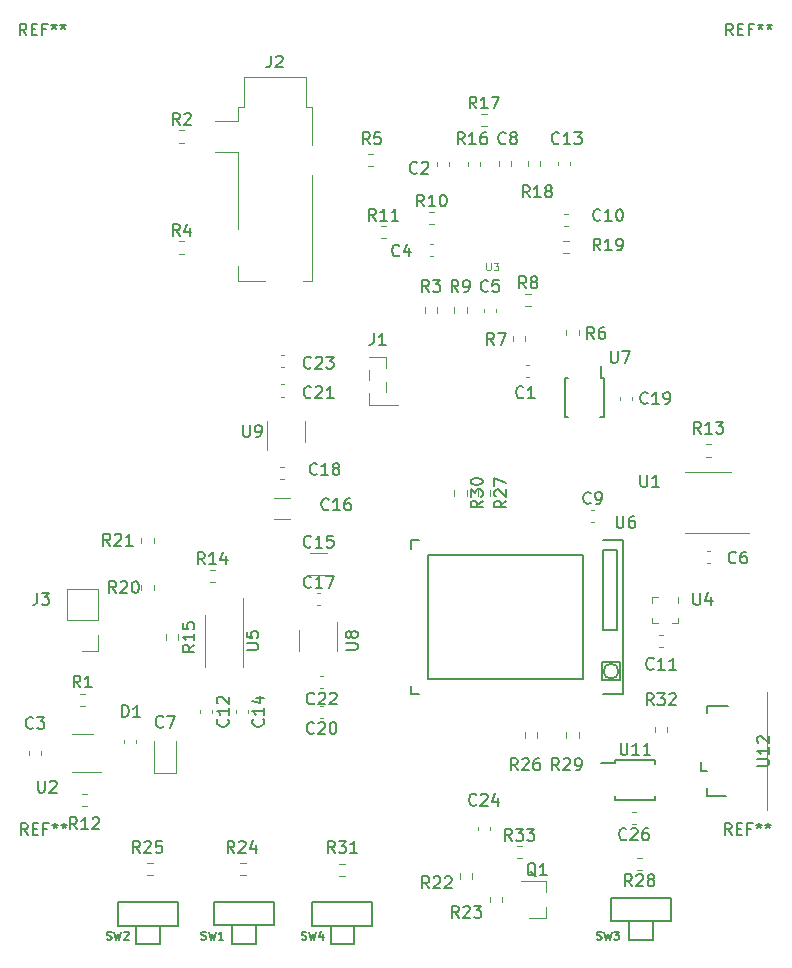
<source format=gbr>
%TF.GenerationSoftware,KiCad,Pcbnew,5.1.10-88a1d61d58~88~ubuntu20.04.1*%
%TF.CreationDate,2021-05-09T11:34:52+02:00*%
%TF.ProjectId,osw-light-modifiedv2,6f73772d-6c69-4676-9874-2d6d6f646966,rev?*%
%TF.SameCoordinates,Original*%
%TF.FileFunction,Legend,Top*%
%TF.FilePolarity,Positive*%
%FSLAX46Y46*%
G04 Gerber Fmt 4.6, Leading zero omitted, Abs format (unit mm)*
G04 Created by KiCad (PCBNEW 5.1.10-88a1d61d58~88~ubuntu20.04.1) date 2021-05-09 11:34:52*
%MOMM*%
%LPD*%
G01*
G04 APERTURE LIST*
%ADD10C,0.150000*%
%ADD11C,0.050000*%
%ADD12C,0.120000*%
%ADD13C,0.015000*%
G04 APERTURE END LIST*
D10*
%TO.C,U12*%
X165900000Y-95800000D02*
X165900000Y-96500000D01*
X165900000Y-96500000D02*
X166400000Y-96500000D01*
X168200000Y-91000000D02*
X166400000Y-91000000D01*
X166400000Y-91000000D02*
X166400000Y-91600000D01*
X168000000Y-98600000D02*
X166400000Y-98600000D01*
X166400000Y-98600000D02*
X166400000Y-98000000D01*
D11*
X171432000Y-89821600D02*
X171432000Y-99821600D01*
D10*
%TO.C,U11*%
X158625000Y-95850000D02*
X157400000Y-95850000D01*
X158625000Y-98975000D02*
X161975000Y-98975000D01*
X158625000Y-95625000D02*
X161975000Y-95625000D01*
X158625000Y-98975000D02*
X158625000Y-98675000D01*
X161975000Y-98975000D02*
X161975000Y-98675000D01*
X161975000Y-95625000D02*
X161975000Y-95925000D01*
X158625000Y-95625000D02*
X158625000Y-95850000D01*
D12*
%TO.C,U9*%
X129150000Y-66880000D02*
X129150000Y-69330000D01*
X132370000Y-68680000D02*
X132370000Y-66880000D01*
%TO.C,U8*%
X135050000Y-86400000D02*
X135050000Y-83950000D01*
X131830000Y-84600000D02*
X131830000Y-86400000D01*
D10*
%TO.C,U7*%
X157625000Y-63275000D02*
X157450000Y-63275000D01*
X157625000Y-66525000D02*
X157350000Y-66525000D01*
X154375000Y-66525000D02*
X154650000Y-66525000D01*
X154375000Y-63275000D02*
X154650000Y-63275000D01*
X157625000Y-63275000D02*
X157625000Y-66525000D01*
X154375000Y-63275000D02*
X154375000Y-66525000D01*
X157450000Y-63275000D02*
X157450000Y-62200000D01*
%TO.C,U6*%
X158800000Y-77831000D02*
X157600000Y-77831000D01*
X157600000Y-77831000D02*
X157600000Y-84562000D01*
X157600000Y-84562000D02*
X158800000Y-84562000D01*
X158800000Y-84562000D02*
X158800000Y-77831000D01*
X158890000Y-88068000D02*
G75*
G03*
X158890000Y-88068000I-635000J0D01*
G01*
X159017000Y-87306000D02*
X159017000Y-88830000D01*
X159017000Y-88830000D02*
X157493000Y-88830000D01*
X157493000Y-88830000D02*
X157493000Y-87306000D01*
X157493000Y-87306000D02*
X159017000Y-87306000D01*
X155896000Y-78230000D02*
X155896000Y-88770000D01*
X155896000Y-88770000D02*
X142751500Y-88770000D01*
X142751500Y-88770000D02*
X142751500Y-78230000D01*
X142751500Y-78230000D02*
X155896000Y-78230000D01*
X142000000Y-90000000D02*
X141300000Y-90000000D01*
X141300000Y-89300000D02*
X141300000Y-90000000D01*
X142000000Y-77000000D02*
X141300000Y-77000000D01*
X141300000Y-77700000D02*
X141300000Y-77000000D01*
X157550000Y-77000000D02*
X159250000Y-77000000D01*
X157550000Y-90000000D02*
X159250000Y-90000000D01*
X159250000Y-77000000D02*
X159250000Y-90000000D01*
D12*
%TO.C,U5*%
X127110000Y-85500000D02*
X127110000Y-81900000D01*
X127110000Y-85500000D02*
X127110000Y-87700000D01*
X123890000Y-85500000D02*
X123890000Y-83300000D01*
X123890000Y-85500000D02*
X123890000Y-87700000D01*
%TO.C,U4*%
X163950000Y-83530000D02*
X163950000Y-84030000D01*
X163950000Y-84030000D02*
X163450000Y-84030000D01*
X163450000Y-84030000D02*
X163450000Y-84030000D01*
X162250000Y-84030000D02*
X161750000Y-84030000D01*
X161750000Y-84030000D02*
X161750000Y-83530000D01*
X161750000Y-83530000D02*
X161750000Y-83530000D01*
X161750000Y-82330000D02*
X161750000Y-81830000D01*
X161750000Y-81830000D02*
X162250000Y-81830000D01*
X162250000Y-81830000D02*
X162250000Y-81830000D01*
X163950000Y-82330000D02*
X163950000Y-81830000D01*
X163950000Y-81830000D02*
X163950000Y-81830000D01*
%TO.C,U2*%
X112600000Y-96610000D02*
X115050000Y-96610000D01*
X114400000Y-93390000D02*
X112600000Y-93390000D01*
%TO.C,U1*%
X166500000Y-76360000D02*
X169950000Y-76360000D01*
X166500000Y-76360000D02*
X164550000Y-76360000D01*
X166500000Y-71240000D02*
X168450000Y-71240000D01*
X166500000Y-71240000D02*
X164550000Y-71240000D01*
D10*
%TO.C,SW4*%
X138055001Y-107636999D02*
X132975001Y-107636999D01*
X132975001Y-107636999D02*
X132975001Y-109636999D01*
X132975001Y-109636999D02*
X138055001Y-109636999D01*
X138055001Y-109636999D02*
X138055001Y-107636999D01*
X136515001Y-109636999D02*
X136515001Y-111176999D01*
X136515001Y-111176999D02*
X134515001Y-111176999D01*
X134515001Y-111176999D02*
X134515001Y-109636999D01*
%TO.C,SW3*%
X163325001Y-107266999D02*
X158245001Y-107266999D01*
X158245001Y-107266999D02*
X158245001Y-109266999D01*
X158245001Y-109266999D02*
X163325001Y-109266999D01*
X163325001Y-109266999D02*
X163325001Y-107266999D01*
X161785001Y-109266999D02*
X161785001Y-110806999D01*
X161785001Y-110806999D02*
X159785001Y-110806999D01*
X159785001Y-110806999D02*
X159785001Y-109266999D01*
%TO.C,SW2*%
X121575001Y-107616999D02*
X116495001Y-107616999D01*
X116495001Y-107616999D02*
X116495001Y-109616999D01*
X116495001Y-109616999D02*
X121575001Y-109616999D01*
X121575001Y-109616999D02*
X121575001Y-107616999D01*
X120035001Y-109616999D02*
X120035001Y-111156999D01*
X120035001Y-111156999D02*
X118035001Y-111156999D01*
X118035001Y-111156999D02*
X118035001Y-109616999D01*
%TO.C,SW1*%
X129740000Y-107600000D02*
X124660000Y-107600000D01*
X124660000Y-107600000D02*
X124660000Y-109600000D01*
X124660000Y-109600000D02*
X129740000Y-109600000D01*
X129740000Y-109600000D02*
X129740000Y-107600000D01*
X128200000Y-109600000D02*
X128200000Y-111140000D01*
X128200000Y-111140000D02*
X126200000Y-111140000D01*
X126200000Y-111140000D02*
X126200000Y-109600000D01*
D12*
%TO.C,R33*%
X150262742Y-103922500D02*
X150737258Y-103922500D01*
X150262742Y-102877500D02*
X150737258Y-102877500D01*
%TO.C,R32*%
X163022500Y-93237258D02*
X163022500Y-92762742D01*
X161977500Y-93237258D02*
X161977500Y-92762742D01*
%TO.C,R31*%
X135737258Y-104377500D02*
X135262742Y-104377500D01*
X135737258Y-105422500D02*
X135262742Y-105422500D01*
%TO.C,R30*%
X144977500Y-72762742D02*
X144977500Y-73237258D01*
X146022500Y-72762742D02*
X146022500Y-73237258D01*
%TO.C,R29*%
X155522500Y-93737258D02*
X155522500Y-93262742D01*
X154477500Y-93737258D02*
X154477500Y-93262742D01*
%TO.C,R28*%
X160912258Y-103877500D02*
X160437742Y-103877500D01*
X160912258Y-104922500D02*
X160437742Y-104922500D01*
%TO.C,R27*%
X146977500Y-72762742D02*
X146977500Y-73237258D01*
X148022500Y-72762742D02*
X148022500Y-73237258D01*
%TO.C,R26*%
X152022500Y-93737258D02*
X152022500Y-93262742D01*
X150977500Y-93737258D02*
X150977500Y-93262742D01*
%TO.C,R25*%
X119437258Y-104277500D02*
X118962742Y-104277500D01*
X119437258Y-105322500D02*
X118962742Y-105322500D01*
%TO.C,R24*%
X127337258Y-104277500D02*
X126862742Y-104277500D01*
X127337258Y-105322500D02*
X126862742Y-105322500D01*
%TO.C,R23*%
X149022500Y-107637258D02*
X149022500Y-107162742D01*
X147977500Y-107637258D02*
X147977500Y-107162742D01*
%TO.C,R22*%
X146522500Y-105637258D02*
X146522500Y-105162742D01*
X145477500Y-105637258D02*
X145477500Y-105162742D01*
%TO.C,R21*%
X119522500Y-77237258D02*
X119522500Y-76762742D01*
X118477500Y-77237258D02*
X118477500Y-76762742D01*
%TO.C,R20*%
X119522500Y-81237258D02*
X119522500Y-80762742D01*
X118477500Y-81237258D02*
X118477500Y-80762742D01*
%TO.C,R19*%
X154212742Y-52662500D02*
X154687258Y-52662500D01*
X154212742Y-51617500D02*
X154687258Y-51617500D01*
%TO.C,R18*%
X152242500Y-45337258D02*
X152242500Y-44862742D01*
X151197500Y-45337258D02*
X151197500Y-44862742D01*
%TO.C,R17*%
X147262742Y-41922500D02*
X147737258Y-41922500D01*
X147262742Y-40877500D02*
X147737258Y-40877500D01*
%TO.C,R16*%
X149782500Y-45337258D02*
X149782500Y-44862742D01*
X148737500Y-45337258D02*
X148737500Y-44862742D01*
%TO.C,R15*%
X120577500Y-84962742D02*
X120577500Y-85437258D01*
X121622500Y-84962742D02*
X121622500Y-85437258D01*
%TO.C,R14*%
X124262742Y-80522500D02*
X124737258Y-80522500D01*
X124262742Y-79477500D02*
X124737258Y-79477500D01*
%TO.C,R13*%
X166737258Y-68877500D02*
X166262742Y-68877500D01*
X166737258Y-69922500D02*
X166262742Y-69922500D01*
%TO.C,R12*%
X113437742Y-99522500D02*
X113912258Y-99522500D01*
X113437742Y-98477500D02*
X113912258Y-98477500D01*
%TO.C,R11*%
X138762742Y-51422500D02*
X139237258Y-51422500D01*
X138762742Y-50377500D02*
X139237258Y-50377500D01*
%TO.C,R10*%
X142832742Y-50222500D02*
X143307258Y-50222500D01*
X142832742Y-49177500D02*
X143307258Y-49177500D01*
%TO.C,R9*%
X144977500Y-57272742D02*
X144977500Y-57747258D01*
X146022500Y-57272742D02*
X146022500Y-57747258D01*
%TO.C,R8*%
X150992742Y-57152500D02*
X151467258Y-57152500D01*
X150992742Y-56107500D02*
X151467258Y-56107500D01*
%TO.C,R7*%
X151012500Y-60137258D02*
X151012500Y-59662742D01*
X149967500Y-60137258D02*
X149967500Y-59662742D01*
%TO.C,R6*%
X154467500Y-59162742D02*
X154467500Y-59637258D01*
X155512500Y-59162742D02*
X155512500Y-59637258D01*
%TO.C,R5*%
X138137258Y-44277500D02*
X137662742Y-44277500D01*
X138137258Y-45322500D02*
X137662742Y-45322500D01*
%TO.C,R4*%
X121662742Y-52722500D02*
X122137258Y-52722500D01*
X121662742Y-51677500D02*
X122137258Y-51677500D01*
%TO.C,R3*%
X142477500Y-57272742D02*
X142477500Y-57747258D01*
X143522500Y-57272742D02*
X143522500Y-57747258D01*
%TO.C,R2*%
X121662742Y-43322500D02*
X122137258Y-43322500D01*
X121662742Y-42277500D02*
X122137258Y-42277500D01*
%TO.C,R1*%
X113737258Y-89977500D02*
X113262742Y-89977500D01*
X113737258Y-91022500D02*
X113262742Y-91022500D01*
%TO.C,Q1*%
X152760000Y-108980000D02*
X151300000Y-108980000D01*
X152760000Y-105820000D02*
X150600000Y-105820000D01*
X152760000Y-105820000D02*
X152760000Y-106750000D01*
X152760000Y-108980000D02*
X152760000Y-108050000D01*
%TO.C,J3*%
X114830000Y-86330000D02*
X113500000Y-86330000D01*
X114830000Y-85000000D02*
X114830000Y-86330000D01*
X114830000Y-83730000D02*
X112170000Y-83730000D01*
X112170000Y-83730000D02*
X112170000Y-81130000D01*
X114830000Y-83730000D02*
X114830000Y-81130000D01*
X114830000Y-81130000D02*
X112170000Y-81130000D01*
%TO.C,J2*%
X126700000Y-44100000D02*
X124700000Y-44100000D01*
X126700000Y-41500000D02*
X124700000Y-41500000D01*
X126700000Y-50600000D02*
X126700000Y-44100000D01*
X126700000Y-55000000D02*
X126700000Y-53800000D01*
X128950000Y-55000000D02*
X126700000Y-55000000D01*
X132900000Y-55000000D02*
X132150000Y-55000000D01*
X132900000Y-46100000D02*
X132900000Y-55000000D01*
X132900000Y-40300000D02*
X132900000Y-43500000D01*
X132400000Y-40300000D02*
X132900000Y-40300000D01*
X132400000Y-37800000D02*
X132400000Y-40300000D01*
X127200000Y-37800000D02*
X132400000Y-37800000D01*
X127200000Y-40300000D02*
X127200000Y-37800000D01*
X126700000Y-40300000D02*
X127200000Y-40300000D01*
X126700000Y-41500000D02*
X126700000Y-40300000D01*
%TO.C,J1*%
X139195000Y-62440000D02*
X139195000Y-61440000D01*
X139195000Y-64440000D02*
X139195000Y-63560000D01*
X137805000Y-63440000D02*
X137805000Y-62560000D01*
X137805000Y-65560000D02*
X137805000Y-64560000D01*
X137805000Y-61440000D02*
X137805000Y-61440000D01*
X139195000Y-65560000D02*
X139195000Y-65560000D01*
X139195000Y-65560000D02*
X140190000Y-65560000D01*
X139195000Y-61440000D02*
X137805000Y-61440000D01*
X139195000Y-65560000D02*
X137805000Y-65560000D01*
%TO.C,D1*%
X121460000Y-96685000D02*
X121460000Y-94000000D01*
X119540000Y-96685000D02*
X121460000Y-96685000D01*
X119540000Y-94000000D02*
X119540000Y-96685000D01*
%TO.C,C26*%
X160340580Y-99990000D02*
X160059420Y-99990000D01*
X160340580Y-101010000D02*
X160059420Y-101010000D01*
%TO.C,C24*%
X148010000Y-101540580D02*
X148010000Y-101259420D01*
X146990000Y-101540580D02*
X146990000Y-101259420D01*
%TO.C,C23*%
X130309420Y-62330000D02*
X130590580Y-62330000D01*
X130309420Y-61310000D02*
X130590580Y-61310000D01*
%TO.C,C22*%
X133900580Y-88490000D02*
X133619420Y-88490000D01*
X133900580Y-89510000D02*
X133619420Y-89510000D01*
%TO.C,C21*%
X130294420Y-64820000D02*
X130575580Y-64820000D01*
X130294420Y-63800000D02*
X130575580Y-63800000D01*
%TO.C,C20*%
X133880580Y-90990000D02*
X133599420Y-90990000D01*
X133880580Y-92010000D02*
X133599420Y-92010000D01*
%TO.C,C19*%
X158990000Y-64859420D02*
X158990000Y-65140580D01*
X160010000Y-64859420D02*
X160010000Y-65140580D01*
%TO.C,C18*%
X130259420Y-71790000D02*
X130540580Y-71790000D01*
X130259420Y-70770000D02*
X130540580Y-70770000D01*
%TO.C,C17*%
X133359420Y-82510000D02*
X133640580Y-82510000D01*
X133359420Y-81490000D02*
X133640580Y-81490000D01*
%TO.C,C16*%
X129688748Y-75190000D02*
X131111252Y-75190000D01*
X129688748Y-73370000D02*
X131111252Y-73370000D01*
%TO.C,C15*%
X132788748Y-79910000D02*
X134211252Y-79910000D01*
X132788748Y-78090000D02*
X134211252Y-78090000D01*
%TO.C,C14*%
X126490000Y-91359420D02*
X126490000Y-91640580D01*
X127510000Y-91359420D02*
X127510000Y-91640580D01*
%TO.C,C13*%
X154780000Y-45230580D02*
X154780000Y-44949420D01*
X153760000Y-45230580D02*
X153760000Y-44949420D01*
%TO.C,C12*%
X123490000Y-91359420D02*
X123490000Y-91640580D01*
X124510000Y-91359420D02*
X124510000Y-91640580D01*
%TO.C,C11*%
X162359420Y-86010000D02*
X162640580Y-86010000D01*
X162359420Y-84990000D02*
X162640580Y-84990000D01*
%TO.C,C10*%
X154309420Y-50370000D02*
X154590580Y-50370000D01*
X154309420Y-49350000D02*
X154590580Y-49350000D01*
%TO.C,C9*%
X156559420Y-75410000D02*
X156840580Y-75410000D01*
X156559420Y-74390000D02*
X156840580Y-74390000D01*
%TO.C,C8*%
X146170000Y-44989420D02*
X146170000Y-45270580D01*
X147190000Y-44989420D02*
X147190000Y-45270580D01*
%TO.C,C7*%
X116990000Y-93859420D02*
X116990000Y-94140580D01*
X118010000Y-93859420D02*
X118010000Y-94140580D01*
%TO.C,C6*%
X166640580Y-77890000D02*
X166359420Y-77890000D01*
X166640580Y-78910000D02*
X166359420Y-78910000D01*
%TO.C,C5*%
X147490000Y-57369420D02*
X147490000Y-57650580D01*
X148510000Y-57369420D02*
X148510000Y-57650580D01*
%TO.C,C4*%
X142934420Y-52910000D02*
X143215580Y-52910000D01*
X142934420Y-51890000D02*
X143215580Y-51890000D01*
%TO.C,C3*%
X110010000Y-95140580D02*
X110010000Y-94859420D01*
X108990000Y-95140580D02*
X108990000Y-94859420D01*
%TO.C,C2*%
X144510000Y-45270580D02*
X144510000Y-44989420D01*
X143490000Y-45270580D02*
X143490000Y-44989420D01*
%TO.C,C1*%
X151029420Y-63200000D02*
X151310580Y-63200000D01*
X151029420Y-62180000D02*
X151310580Y-62180000D01*
%TO.C,REF\u002A\u002A*%
D10*
X108866666Y-101952380D02*
X108533333Y-101476190D01*
X108295238Y-101952380D02*
X108295238Y-100952380D01*
X108676190Y-100952380D01*
X108771428Y-101000000D01*
X108819047Y-101047619D01*
X108866666Y-101142857D01*
X108866666Y-101285714D01*
X108819047Y-101380952D01*
X108771428Y-101428571D01*
X108676190Y-101476190D01*
X108295238Y-101476190D01*
X109295238Y-101428571D02*
X109628571Y-101428571D01*
X109771428Y-101952380D02*
X109295238Y-101952380D01*
X109295238Y-100952380D01*
X109771428Y-100952380D01*
X110533333Y-101428571D02*
X110200000Y-101428571D01*
X110200000Y-101952380D02*
X110200000Y-100952380D01*
X110676190Y-100952380D01*
X111200000Y-100952380D02*
X111200000Y-101190476D01*
X110961904Y-101095238D02*
X111200000Y-101190476D01*
X111438095Y-101095238D01*
X111057142Y-101380952D02*
X111200000Y-101190476D01*
X111342857Y-101380952D01*
X111961904Y-100952380D02*
X111961904Y-101190476D01*
X111723809Y-101095238D02*
X111961904Y-101190476D01*
X112200000Y-101095238D01*
X111819047Y-101380952D02*
X111961904Y-101190476D01*
X112104761Y-101380952D01*
X168466666Y-101952380D02*
X168133333Y-101476190D01*
X167895238Y-101952380D02*
X167895238Y-100952380D01*
X168276190Y-100952380D01*
X168371428Y-101000000D01*
X168419047Y-101047619D01*
X168466666Y-101142857D01*
X168466666Y-101285714D01*
X168419047Y-101380952D01*
X168371428Y-101428571D01*
X168276190Y-101476190D01*
X167895238Y-101476190D01*
X168895238Y-101428571D02*
X169228571Y-101428571D01*
X169371428Y-101952380D02*
X168895238Y-101952380D01*
X168895238Y-100952380D01*
X169371428Y-100952380D01*
X170133333Y-101428571D02*
X169800000Y-101428571D01*
X169800000Y-101952380D02*
X169800000Y-100952380D01*
X170276190Y-100952380D01*
X170800000Y-100952380D02*
X170800000Y-101190476D01*
X170561904Y-101095238D02*
X170800000Y-101190476D01*
X171038095Y-101095238D01*
X170657142Y-101380952D02*
X170800000Y-101190476D01*
X170942857Y-101380952D01*
X171561904Y-100952380D02*
X171561904Y-101190476D01*
X171323809Y-101095238D02*
X171561904Y-101190476D01*
X171800000Y-101095238D01*
X171419047Y-101380952D02*
X171561904Y-101190476D01*
X171704761Y-101380952D01*
X168566666Y-34252380D02*
X168233333Y-33776190D01*
X167995238Y-34252380D02*
X167995238Y-33252380D01*
X168376190Y-33252380D01*
X168471428Y-33300000D01*
X168519047Y-33347619D01*
X168566666Y-33442857D01*
X168566666Y-33585714D01*
X168519047Y-33680952D01*
X168471428Y-33728571D01*
X168376190Y-33776190D01*
X167995238Y-33776190D01*
X168995238Y-33728571D02*
X169328571Y-33728571D01*
X169471428Y-34252380D02*
X168995238Y-34252380D01*
X168995238Y-33252380D01*
X169471428Y-33252380D01*
X170233333Y-33728571D02*
X169900000Y-33728571D01*
X169900000Y-34252380D02*
X169900000Y-33252380D01*
X170376190Y-33252380D01*
X170900000Y-33252380D02*
X170900000Y-33490476D01*
X170661904Y-33395238D02*
X170900000Y-33490476D01*
X171138095Y-33395238D01*
X170757142Y-33680952D02*
X170900000Y-33490476D01*
X171042857Y-33680952D01*
X171661904Y-33252380D02*
X171661904Y-33490476D01*
X171423809Y-33395238D02*
X171661904Y-33490476D01*
X171900000Y-33395238D01*
X171519047Y-33680952D02*
X171661904Y-33490476D01*
X171804761Y-33680952D01*
X108766666Y-34252380D02*
X108433333Y-33776190D01*
X108195238Y-34252380D02*
X108195238Y-33252380D01*
X108576190Y-33252380D01*
X108671428Y-33300000D01*
X108719047Y-33347619D01*
X108766666Y-33442857D01*
X108766666Y-33585714D01*
X108719047Y-33680952D01*
X108671428Y-33728571D01*
X108576190Y-33776190D01*
X108195238Y-33776190D01*
X109195238Y-33728571D02*
X109528571Y-33728571D01*
X109671428Y-34252380D02*
X109195238Y-34252380D01*
X109195238Y-33252380D01*
X109671428Y-33252380D01*
X110433333Y-33728571D02*
X110100000Y-33728571D01*
X110100000Y-34252380D02*
X110100000Y-33252380D01*
X110576190Y-33252380D01*
X111100000Y-33252380D02*
X111100000Y-33490476D01*
X110861904Y-33395238D02*
X111100000Y-33490476D01*
X111338095Y-33395238D01*
X110957142Y-33680952D02*
X111100000Y-33490476D01*
X111242857Y-33680952D01*
X111861904Y-33252380D02*
X111861904Y-33490476D01*
X111623809Y-33395238D02*
X111861904Y-33490476D01*
X112100000Y-33395238D01*
X111719047Y-33680952D02*
X111861904Y-33490476D01*
X112004761Y-33680952D01*
%TO.C,U3*%
D13*
X147704380Y-53495923D02*
X147704380Y-54014019D01*
X147734857Y-54074971D01*
X147765333Y-54105447D01*
X147826285Y-54135923D01*
X147948190Y-54135923D01*
X148009142Y-54105447D01*
X148039619Y-54074971D01*
X148070095Y-54014019D01*
X148070095Y-53495923D01*
X148313904Y-53495923D02*
X148710095Y-53495923D01*
X148496761Y-53739733D01*
X148588190Y-53739733D01*
X148649142Y-53770209D01*
X148679619Y-53800685D01*
X148710095Y-53861638D01*
X148710095Y-54014019D01*
X148679619Y-54074971D01*
X148649142Y-54105447D01*
X148588190Y-54135923D01*
X148405333Y-54135923D01*
X148344380Y-54105447D01*
X148313904Y-54074971D01*
%TO.C,U12*%
D10*
X170630380Y-96101595D02*
X171439904Y-96101595D01*
X171535142Y-96053976D01*
X171582761Y-96006357D01*
X171630380Y-95911119D01*
X171630380Y-95720642D01*
X171582761Y-95625404D01*
X171535142Y-95577785D01*
X171439904Y-95530166D01*
X170630380Y-95530166D01*
X171630380Y-94530166D02*
X171630380Y-95101595D01*
X171630380Y-94815880D02*
X170630380Y-94815880D01*
X170773238Y-94911119D01*
X170868476Y-95006357D01*
X170916095Y-95101595D01*
X170725619Y-94149214D02*
X170678000Y-94101595D01*
X170630380Y-94006357D01*
X170630380Y-93768261D01*
X170678000Y-93673023D01*
X170725619Y-93625404D01*
X170820857Y-93577785D01*
X170916095Y-93577785D01*
X171058952Y-93625404D01*
X171630380Y-94196833D01*
X171630380Y-93577785D01*
%TO.C,U11*%
X159061904Y-94152380D02*
X159061904Y-94961904D01*
X159109523Y-95057142D01*
X159157142Y-95104761D01*
X159252380Y-95152380D01*
X159442857Y-95152380D01*
X159538095Y-95104761D01*
X159585714Y-95057142D01*
X159633333Y-94961904D01*
X159633333Y-94152380D01*
X160633333Y-95152380D02*
X160061904Y-95152380D01*
X160347619Y-95152380D02*
X160347619Y-94152380D01*
X160252380Y-94295238D01*
X160157142Y-94390476D01*
X160061904Y-94438095D01*
X161585714Y-95152380D02*
X161014285Y-95152380D01*
X161300000Y-95152380D02*
X161300000Y-94152380D01*
X161204761Y-94295238D01*
X161109523Y-94390476D01*
X161014285Y-94438095D01*
%TO.C,U9*%
X127098095Y-67232380D02*
X127098095Y-68041904D01*
X127145714Y-68137142D01*
X127193333Y-68184761D01*
X127288571Y-68232380D01*
X127479047Y-68232380D01*
X127574285Y-68184761D01*
X127621904Y-68137142D01*
X127669523Y-68041904D01*
X127669523Y-67232380D01*
X128193333Y-68232380D02*
X128383809Y-68232380D01*
X128479047Y-68184761D01*
X128526666Y-68137142D01*
X128621904Y-67994285D01*
X128669523Y-67803809D01*
X128669523Y-67422857D01*
X128621904Y-67327619D01*
X128574285Y-67280000D01*
X128479047Y-67232380D01*
X128288571Y-67232380D01*
X128193333Y-67280000D01*
X128145714Y-67327619D01*
X128098095Y-67422857D01*
X128098095Y-67660952D01*
X128145714Y-67756190D01*
X128193333Y-67803809D01*
X128288571Y-67851428D01*
X128479047Y-67851428D01*
X128574285Y-67803809D01*
X128621904Y-67756190D01*
X128669523Y-67660952D01*
%TO.C,U8*%
X135792380Y-86261904D02*
X136601904Y-86261904D01*
X136697142Y-86214285D01*
X136744761Y-86166666D01*
X136792380Y-86071428D01*
X136792380Y-85880952D01*
X136744761Y-85785714D01*
X136697142Y-85738095D01*
X136601904Y-85690476D01*
X135792380Y-85690476D01*
X136220952Y-85071428D02*
X136173333Y-85166666D01*
X136125714Y-85214285D01*
X136030476Y-85261904D01*
X135982857Y-85261904D01*
X135887619Y-85214285D01*
X135840000Y-85166666D01*
X135792380Y-85071428D01*
X135792380Y-84880952D01*
X135840000Y-84785714D01*
X135887619Y-84738095D01*
X135982857Y-84690476D01*
X136030476Y-84690476D01*
X136125714Y-84738095D01*
X136173333Y-84785714D01*
X136220952Y-84880952D01*
X136220952Y-85071428D01*
X136268571Y-85166666D01*
X136316190Y-85214285D01*
X136411428Y-85261904D01*
X136601904Y-85261904D01*
X136697142Y-85214285D01*
X136744761Y-85166666D01*
X136792380Y-85071428D01*
X136792380Y-84880952D01*
X136744761Y-84785714D01*
X136697142Y-84738095D01*
X136601904Y-84690476D01*
X136411428Y-84690476D01*
X136316190Y-84738095D01*
X136268571Y-84785714D01*
X136220952Y-84880952D01*
%TO.C,U7*%
X158238095Y-60952380D02*
X158238095Y-61761904D01*
X158285714Y-61857142D01*
X158333333Y-61904761D01*
X158428571Y-61952380D01*
X158619047Y-61952380D01*
X158714285Y-61904761D01*
X158761904Y-61857142D01*
X158809523Y-61761904D01*
X158809523Y-60952380D01*
X159190476Y-60952380D02*
X159857142Y-60952380D01*
X159428571Y-61952380D01*
%TO.C,U6*%
X158738095Y-74952380D02*
X158738095Y-75761904D01*
X158785714Y-75857142D01*
X158833333Y-75904761D01*
X158928571Y-75952380D01*
X159119047Y-75952380D01*
X159214285Y-75904761D01*
X159261904Y-75857142D01*
X159309523Y-75761904D01*
X159309523Y-74952380D01*
X160214285Y-74952380D02*
X160023809Y-74952380D01*
X159928571Y-75000000D01*
X159880952Y-75047619D01*
X159785714Y-75190476D01*
X159738095Y-75380952D01*
X159738095Y-75761904D01*
X159785714Y-75857142D01*
X159833333Y-75904761D01*
X159928571Y-75952380D01*
X160119047Y-75952380D01*
X160214285Y-75904761D01*
X160261904Y-75857142D01*
X160309523Y-75761904D01*
X160309523Y-75523809D01*
X160261904Y-75428571D01*
X160214285Y-75380952D01*
X160119047Y-75333333D01*
X159928571Y-75333333D01*
X159833333Y-75380952D01*
X159785714Y-75428571D01*
X159738095Y-75523809D01*
%TO.C,U5*%
X127402380Y-86261904D02*
X128211904Y-86261904D01*
X128307142Y-86214285D01*
X128354761Y-86166666D01*
X128402380Y-86071428D01*
X128402380Y-85880952D01*
X128354761Y-85785714D01*
X128307142Y-85738095D01*
X128211904Y-85690476D01*
X127402380Y-85690476D01*
X127402380Y-84738095D02*
X127402380Y-85214285D01*
X127878571Y-85261904D01*
X127830952Y-85214285D01*
X127783333Y-85119047D01*
X127783333Y-84880952D01*
X127830952Y-84785714D01*
X127878571Y-84738095D01*
X127973809Y-84690476D01*
X128211904Y-84690476D01*
X128307142Y-84738095D01*
X128354761Y-84785714D01*
X128402380Y-84880952D01*
X128402380Y-85119047D01*
X128354761Y-85214285D01*
X128307142Y-85261904D01*
%TO.C,U4*%
X165238095Y-81452380D02*
X165238095Y-82261904D01*
X165285714Y-82357142D01*
X165333333Y-82404761D01*
X165428571Y-82452380D01*
X165619047Y-82452380D01*
X165714285Y-82404761D01*
X165761904Y-82357142D01*
X165809523Y-82261904D01*
X165809523Y-81452380D01*
X166714285Y-81785714D02*
X166714285Y-82452380D01*
X166476190Y-81404761D02*
X166238095Y-82119047D01*
X166857142Y-82119047D01*
%TO.C,U2*%
X109738095Y-97352380D02*
X109738095Y-98161904D01*
X109785714Y-98257142D01*
X109833333Y-98304761D01*
X109928571Y-98352380D01*
X110119047Y-98352380D01*
X110214285Y-98304761D01*
X110261904Y-98257142D01*
X110309523Y-98161904D01*
X110309523Y-97352380D01*
X110738095Y-97447619D02*
X110785714Y-97400000D01*
X110880952Y-97352380D01*
X111119047Y-97352380D01*
X111214285Y-97400000D01*
X111261904Y-97447619D01*
X111309523Y-97542857D01*
X111309523Y-97638095D01*
X111261904Y-97780952D01*
X110690476Y-98352380D01*
X111309523Y-98352380D01*
%TO.C,U1*%
X160738095Y-71452380D02*
X160738095Y-72261904D01*
X160785714Y-72357142D01*
X160833333Y-72404761D01*
X160928571Y-72452380D01*
X161119047Y-72452380D01*
X161214285Y-72404761D01*
X161261904Y-72357142D01*
X161309523Y-72261904D01*
X161309523Y-71452380D01*
X162309523Y-72452380D02*
X161738095Y-72452380D01*
X162023809Y-72452380D02*
X162023809Y-71452380D01*
X161928571Y-71595238D01*
X161833333Y-71690476D01*
X161738095Y-71738095D01*
%TO.C,SW4*%
X132066666Y-110783333D02*
X132166666Y-110816666D01*
X132333333Y-110816666D01*
X132400000Y-110783333D01*
X132433333Y-110750000D01*
X132466666Y-110683333D01*
X132466666Y-110616666D01*
X132433333Y-110550000D01*
X132400000Y-110516666D01*
X132333333Y-110483333D01*
X132200000Y-110450000D01*
X132133333Y-110416666D01*
X132100000Y-110383333D01*
X132066666Y-110316666D01*
X132066666Y-110250000D01*
X132100000Y-110183333D01*
X132133333Y-110150000D01*
X132200000Y-110116666D01*
X132366666Y-110116666D01*
X132466666Y-110150000D01*
X132700000Y-110116666D02*
X132866666Y-110816666D01*
X133000000Y-110316666D01*
X133133333Y-110816666D01*
X133300000Y-110116666D01*
X133866666Y-110350000D02*
X133866666Y-110816666D01*
X133700000Y-110083333D02*
X133533333Y-110583333D01*
X133966666Y-110583333D01*
%TO.C,SW3*%
X157066666Y-110783333D02*
X157166666Y-110816666D01*
X157333333Y-110816666D01*
X157400000Y-110783333D01*
X157433333Y-110750000D01*
X157466666Y-110683333D01*
X157466666Y-110616666D01*
X157433333Y-110550000D01*
X157400000Y-110516666D01*
X157333333Y-110483333D01*
X157200000Y-110450000D01*
X157133333Y-110416666D01*
X157100000Y-110383333D01*
X157066666Y-110316666D01*
X157066666Y-110250000D01*
X157100000Y-110183333D01*
X157133333Y-110150000D01*
X157200000Y-110116666D01*
X157366666Y-110116666D01*
X157466666Y-110150000D01*
X157700000Y-110116666D02*
X157866666Y-110816666D01*
X158000000Y-110316666D01*
X158133333Y-110816666D01*
X158300000Y-110116666D01*
X158500000Y-110116666D02*
X158933333Y-110116666D01*
X158700000Y-110383333D01*
X158800000Y-110383333D01*
X158866666Y-110416666D01*
X158900000Y-110450000D01*
X158933333Y-110516666D01*
X158933333Y-110683333D01*
X158900000Y-110750000D01*
X158866666Y-110783333D01*
X158800000Y-110816666D01*
X158600000Y-110816666D01*
X158533333Y-110783333D01*
X158500000Y-110750000D01*
%TO.C,SW2*%
X115566666Y-110783333D02*
X115666666Y-110816666D01*
X115833333Y-110816666D01*
X115900000Y-110783333D01*
X115933333Y-110750000D01*
X115966666Y-110683333D01*
X115966666Y-110616666D01*
X115933333Y-110550000D01*
X115900000Y-110516666D01*
X115833333Y-110483333D01*
X115700000Y-110450000D01*
X115633333Y-110416666D01*
X115600000Y-110383333D01*
X115566666Y-110316666D01*
X115566666Y-110250000D01*
X115600000Y-110183333D01*
X115633333Y-110150000D01*
X115700000Y-110116666D01*
X115866666Y-110116666D01*
X115966666Y-110150000D01*
X116200000Y-110116666D02*
X116366666Y-110816666D01*
X116500000Y-110316666D01*
X116633333Y-110816666D01*
X116800000Y-110116666D01*
X117033333Y-110183333D02*
X117066666Y-110150000D01*
X117133333Y-110116666D01*
X117300000Y-110116666D01*
X117366666Y-110150000D01*
X117400000Y-110183333D01*
X117433333Y-110250000D01*
X117433333Y-110316666D01*
X117400000Y-110416666D01*
X117000000Y-110816666D01*
X117433333Y-110816666D01*
%TO.C,SW1*%
X123566666Y-110783333D02*
X123666666Y-110816666D01*
X123833333Y-110816666D01*
X123900000Y-110783333D01*
X123933333Y-110750000D01*
X123966666Y-110683333D01*
X123966666Y-110616666D01*
X123933333Y-110550000D01*
X123900000Y-110516666D01*
X123833333Y-110483333D01*
X123700000Y-110450000D01*
X123633333Y-110416666D01*
X123600000Y-110383333D01*
X123566666Y-110316666D01*
X123566666Y-110250000D01*
X123600000Y-110183333D01*
X123633333Y-110150000D01*
X123700000Y-110116666D01*
X123866666Y-110116666D01*
X123966666Y-110150000D01*
X124200000Y-110116666D02*
X124366666Y-110816666D01*
X124500000Y-110316666D01*
X124633333Y-110816666D01*
X124800000Y-110116666D01*
X125433333Y-110816666D02*
X125033333Y-110816666D01*
X125233333Y-110816666D02*
X125233333Y-110116666D01*
X125166666Y-110216666D01*
X125100000Y-110283333D01*
X125033333Y-110316666D01*
%TO.C,R33*%
X149857142Y-102422380D02*
X149523809Y-101946190D01*
X149285714Y-102422380D02*
X149285714Y-101422380D01*
X149666666Y-101422380D01*
X149761904Y-101470000D01*
X149809523Y-101517619D01*
X149857142Y-101612857D01*
X149857142Y-101755714D01*
X149809523Y-101850952D01*
X149761904Y-101898571D01*
X149666666Y-101946190D01*
X149285714Y-101946190D01*
X150190476Y-101422380D02*
X150809523Y-101422380D01*
X150476190Y-101803333D01*
X150619047Y-101803333D01*
X150714285Y-101850952D01*
X150761904Y-101898571D01*
X150809523Y-101993809D01*
X150809523Y-102231904D01*
X150761904Y-102327142D01*
X150714285Y-102374761D01*
X150619047Y-102422380D01*
X150333333Y-102422380D01*
X150238095Y-102374761D01*
X150190476Y-102327142D01*
X151142857Y-101422380D02*
X151761904Y-101422380D01*
X151428571Y-101803333D01*
X151571428Y-101803333D01*
X151666666Y-101850952D01*
X151714285Y-101898571D01*
X151761904Y-101993809D01*
X151761904Y-102231904D01*
X151714285Y-102327142D01*
X151666666Y-102374761D01*
X151571428Y-102422380D01*
X151285714Y-102422380D01*
X151190476Y-102374761D01*
X151142857Y-102327142D01*
%TO.C,R32*%
X161857142Y-90952380D02*
X161523809Y-90476190D01*
X161285714Y-90952380D02*
X161285714Y-89952380D01*
X161666666Y-89952380D01*
X161761904Y-90000000D01*
X161809523Y-90047619D01*
X161857142Y-90142857D01*
X161857142Y-90285714D01*
X161809523Y-90380952D01*
X161761904Y-90428571D01*
X161666666Y-90476190D01*
X161285714Y-90476190D01*
X162190476Y-89952380D02*
X162809523Y-89952380D01*
X162476190Y-90333333D01*
X162619047Y-90333333D01*
X162714285Y-90380952D01*
X162761904Y-90428571D01*
X162809523Y-90523809D01*
X162809523Y-90761904D01*
X162761904Y-90857142D01*
X162714285Y-90904761D01*
X162619047Y-90952380D01*
X162333333Y-90952380D01*
X162238095Y-90904761D01*
X162190476Y-90857142D01*
X163190476Y-90047619D02*
X163238095Y-90000000D01*
X163333333Y-89952380D01*
X163571428Y-89952380D01*
X163666666Y-90000000D01*
X163714285Y-90047619D01*
X163761904Y-90142857D01*
X163761904Y-90238095D01*
X163714285Y-90380952D01*
X163142857Y-90952380D01*
X163761904Y-90952380D01*
%TO.C,R31*%
X134857142Y-103452380D02*
X134523809Y-102976190D01*
X134285714Y-103452380D02*
X134285714Y-102452380D01*
X134666666Y-102452380D01*
X134761904Y-102500000D01*
X134809523Y-102547619D01*
X134857142Y-102642857D01*
X134857142Y-102785714D01*
X134809523Y-102880952D01*
X134761904Y-102928571D01*
X134666666Y-102976190D01*
X134285714Y-102976190D01*
X135190476Y-102452380D02*
X135809523Y-102452380D01*
X135476190Y-102833333D01*
X135619047Y-102833333D01*
X135714285Y-102880952D01*
X135761904Y-102928571D01*
X135809523Y-103023809D01*
X135809523Y-103261904D01*
X135761904Y-103357142D01*
X135714285Y-103404761D01*
X135619047Y-103452380D01*
X135333333Y-103452380D01*
X135238095Y-103404761D01*
X135190476Y-103357142D01*
X136761904Y-103452380D02*
X136190476Y-103452380D01*
X136476190Y-103452380D02*
X136476190Y-102452380D01*
X136380952Y-102595238D01*
X136285714Y-102690476D01*
X136190476Y-102738095D01*
%TO.C,R30*%
X147382380Y-73642857D02*
X146906190Y-73976190D01*
X147382380Y-74214285D02*
X146382380Y-74214285D01*
X146382380Y-73833333D01*
X146430000Y-73738095D01*
X146477619Y-73690476D01*
X146572857Y-73642857D01*
X146715714Y-73642857D01*
X146810952Y-73690476D01*
X146858571Y-73738095D01*
X146906190Y-73833333D01*
X146906190Y-74214285D01*
X146382380Y-73309523D02*
X146382380Y-72690476D01*
X146763333Y-73023809D01*
X146763333Y-72880952D01*
X146810952Y-72785714D01*
X146858571Y-72738095D01*
X146953809Y-72690476D01*
X147191904Y-72690476D01*
X147287142Y-72738095D01*
X147334761Y-72785714D01*
X147382380Y-72880952D01*
X147382380Y-73166666D01*
X147334761Y-73261904D01*
X147287142Y-73309523D01*
X146382380Y-72071428D02*
X146382380Y-71976190D01*
X146430000Y-71880952D01*
X146477619Y-71833333D01*
X146572857Y-71785714D01*
X146763333Y-71738095D01*
X147001428Y-71738095D01*
X147191904Y-71785714D01*
X147287142Y-71833333D01*
X147334761Y-71880952D01*
X147382380Y-71976190D01*
X147382380Y-72071428D01*
X147334761Y-72166666D01*
X147287142Y-72214285D01*
X147191904Y-72261904D01*
X147001428Y-72309523D01*
X146763333Y-72309523D01*
X146572857Y-72261904D01*
X146477619Y-72214285D01*
X146430000Y-72166666D01*
X146382380Y-72071428D01*
%TO.C,R29*%
X153857142Y-96452380D02*
X153523809Y-95976190D01*
X153285714Y-96452380D02*
X153285714Y-95452380D01*
X153666666Y-95452380D01*
X153761904Y-95500000D01*
X153809523Y-95547619D01*
X153857142Y-95642857D01*
X153857142Y-95785714D01*
X153809523Y-95880952D01*
X153761904Y-95928571D01*
X153666666Y-95976190D01*
X153285714Y-95976190D01*
X154238095Y-95547619D02*
X154285714Y-95500000D01*
X154380952Y-95452380D01*
X154619047Y-95452380D01*
X154714285Y-95500000D01*
X154761904Y-95547619D01*
X154809523Y-95642857D01*
X154809523Y-95738095D01*
X154761904Y-95880952D01*
X154190476Y-96452380D01*
X154809523Y-96452380D01*
X155285714Y-96452380D02*
X155476190Y-96452380D01*
X155571428Y-96404761D01*
X155619047Y-96357142D01*
X155714285Y-96214285D01*
X155761904Y-96023809D01*
X155761904Y-95642857D01*
X155714285Y-95547619D01*
X155666666Y-95500000D01*
X155571428Y-95452380D01*
X155380952Y-95452380D01*
X155285714Y-95500000D01*
X155238095Y-95547619D01*
X155190476Y-95642857D01*
X155190476Y-95880952D01*
X155238095Y-95976190D01*
X155285714Y-96023809D01*
X155380952Y-96071428D01*
X155571428Y-96071428D01*
X155666666Y-96023809D01*
X155714285Y-95976190D01*
X155761904Y-95880952D01*
%TO.C,R28*%
X160032142Y-106282380D02*
X159698809Y-105806190D01*
X159460714Y-106282380D02*
X159460714Y-105282380D01*
X159841666Y-105282380D01*
X159936904Y-105330000D01*
X159984523Y-105377619D01*
X160032142Y-105472857D01*
X160032142Y-105615714D01*
X159984523Y-105710952D01*
X159936904Y-105758571D01*
X159841666Y-105806190D01*
X159460714Y-105806190D01*
X160413095Y-105377619D02*
X160460714Y-105330000D01*
X160555952Y-105282380D01*
X160794047Y-105282380D01*
X160889285Y-105330000D01*
X160936904Y-105377619D01*
X160984523Y-105472857D01*
X160984523Y-105568095D01*
X160936904Y-105710952D01*
X160365476Y-106282380D01*
X160984523Y-106282380D01*
X161555952Y-105710952D02*
X161460714Y-105663333D01*
X161413095Y-105615714D01*
X161365476Y-105520476D01*
X161365476Y-105472857D01*
X161413095Y-105377619D01*
X161460714Y-105330000D01*
X161555952Y-105282380D01*
X161746428Y-105282380D01*
X161841666Y-105330000D01*
X161889285Y-105377619D01*
X161936904Y-105472857D01*
X161936904Y-105520476D01*
X161889285Y-105615714D01*
X161841666Y-105663333D01*
X161746428Y-105710952D01*
X161555952Y-105710952D01*
X161460714Y-105758571D01*
X161413095Y-105806190D01*
X161365476Y-105901428D01*
X161365476Y-106091904D01*
X161413095Y-106187142D01*
X161460714Y-106234761D01*
X161555952Y-106282380D01*
X161746428Y-106282380D01*
X161841666Y-106234761D01*
X161889285Y-106187142D01*
X161936904Y-106091904D01*
X161936904Y-105901428D01*
X161889285Y-105806190D01*
X161841666Y-105758571D01*
X161746428Y-105710952D01*
%TO.C,R27*%
X149382380Y-73642857D02*
X148906190Y-73976190D01*
X149382380Y-74214285D02*
X148382380Y-74214285D01*
X148382380Y-73833333D01*
X148430000Y-73738095D01*
X148477619Y-73690476D01*
X148572857Y-73642857D01*
X148715714Y-73642857D01*
X148810952Y-73690476D01*
X148858571Y-73738095D01*
X148906190Y-73833333D01*
X148906190Y-74214285D01*
X148477619Y-73261904D02*
X148430000Y-73214285D01*
X148382380Y-73119047D01*
X148382380Y-72880952D01*
X148430000Y-72785714D01*
X148477619Y-72738095D01*
X148572857Y-72690476D01*
X148668095Y-72690476D01*
X148810952Y-72738095D01*
X149382380Y-73309523D01*
X149382380Y-72690476D01*
X148382380Y-72357142D02*
X148382380Y-71690476D01*
X149382380Y-72119047D01*
%TO.C,R26*%
X150357142Y-96452380D02*
X150023809Y-95976190D01*
X149785714Y-96452380D02*
X149785714Y-95452380D01*
X150166666Y-95452380D01*
X150261904Y-95500000D01*
X150309523Y-95547619D01*
X150357142Y-95642857D01*
X150357142Y-95785714D01*
X150309523Y-95880952D01*
X150261904Y-95928571D01*
X150166666Y-95976190D01*
X149785714Y-95976190D01*
X150738095Y-95547619D02*
X150785714Y-95500000D01*
X150880952Y-95452380D01*
X151119047Y-95452380D01*
X151214285Y-95500000D01*
X151261904Y-95547619D01*
X151309523Y-95642857D01*
X151309523Y-95738095D01*
X151261904Y-95880952D01*
X150690476Y-96452380D01*
X151309523Y-96452380D01*
X152166666Y-95452380D02*
X151976190Y-95452380D01*
X151880952Y-95500000D01*
X151833333Y-95547619D01*
X151738095Y-95690476D01*
X151690476Y-95880952D01*
X151690476Y-96261904D01*
X151738095Y-96357142D01*
X151785714Y-96404761D01*
X151880952Y-96452380D01*
X152071428Y-96452380D01*
X152166666Y-96404761D01*
X152214285Y-96357142D01*
X152261904Y-96261904D01*
X152261904Y-96023809D01*
X152214285Y-95928571D01*
X152166666Y-95880952D01*
X152071428Y-95833333D01*
X151880952Y-95833333D01*
X151785714Y-95880952D01*
X151738095Y-95928571D01*
X151690476Y-96023809D01*
%TO.C,R25*%
X118357142Y-103452380D02*
X118023809Y-102976190D01*
X117785714Y-103452380D02*
X117785714Y-102452380D01*
X118166666Y-102452380D01*
X118261904Y-102500000D01*
X118309523Y-102547619D01*
X118357142Y-102642857D01*
X118357142Y-102785714D01*
X118309523Y-102880952D01*
X118261904Y-102928571D01*
X118166666Y-102976190D01*
X117785714Y-102976190D01*
X118738095Y-102547619D02*
X118785714Y-102500000D01*
X118880952Y-102452380D01*
X119119047Y-102452380D01*
X119214285Y-102500000D01*
X119261904Y-102547619D01*
X119309523Y-102642857D01*
X119309523Y-102738095D01*
X119261904Y-102880952D01*
X118690476Y-103452380D01*
X119309523Y-103452380D01*
X120214285Y-102452380D02*
X119738095Y-102452380D01*
X119690476Y-102928571D01*
X119738095Y-102880952D01*
X119833333Y-102833333D01*
X120071428Y-102833333D01*
X120166666Y-102880952D01*
X120214285Y-102928571D01*
X120261904Y-103023809D01*
X120261904Y-103261904D01*
X120214285Y-103357142D01*
X120166666Y-103404761D01*
X120071428Y-103452380D01*
X119833333Y-103452380D01*
X119738095Y-103404761D01*
X119690476Y-103357142D01*
%TO.C,R24*%
X126357142Y-103452380D02*
X126023809Y-102976190D01*
X125785714Y-103452380D02*
X125785714Y-102452380D01*
X126166666Y-102452380D01*
X126261904Y-102500000D01*
X126309523Y-102547619D01*
X126357142Y-102642857D01*
X126357142Y-102785714D01*
X126309523Y-102880952D01*
X126261904Y-102928571D01*
X126166666Y-102976190D01*
X125785714Y-102976190D01*
X126738095Y-102547619D02*
X126785714Y-102500000D01*
X126880952Y-102452380D01*
X127119047Y-102452380D01*
X127214285Y-102500000D01*
X127261904Y-102547619D01*
X127309523Y-102642857D01*
X127309523Y-102738095D01*
X127261904Y-102880952D01*
X126690476Y-103452380D01*
X127309523Y-103452380D01*
X128166666Y-102785714D02*
X128166666Y-103452380D01*
X127928571Y-102404761D02*
X127690476Y-103119047D01*
X128309523Y-103119047D01*
%TO.C,R23*%
X145357142Y-108952380D02*
X145023809Y-108476190D01*
X144785714Y-108952380D02*
X144785714Y-107952380D01*
X145166666Y-107952380D01*
X145261904Y-108000000D01*
X145309523Y-108047619D01*
X145357142Y-108142857D01*
X145357142Y-108285714D01*
X145309523Y-108380952D01*
X145261904Y-108428571D01*
X145166666Y-108476190D01*
X144785714Y-108476190D01*
X145738095Y-108047619D02*
X145785714Y-108000000D01*
X145880952Y-107952380D01*
X146119047Y-107952380D01*
X146214285Y-108000000D01*
X146261904Y-108047619D01*
X146309523Y-108142857D01*
X146309523Y-108238095D01*
X146261904Y-108380952D01*
X145690476Y-108952380D01*
X146309523Y-108952380D01*
X146642857Y-107952380D02*
X147261904Y-107952380D01*
X146928571Y-108333333D01*
X147071428Y-108333333D01*
X147166666Y-108380952D01*
X147214285Y-108428571D01*
X147261904Y-108523809D01*
X147261904Y-108761904D01*
X147214285Y-108857142D01*
X147166666Y-108904761D01*
X147071428Y-108952380D01*
X146785714Y-108952380D01*
X146690476Y-108904761D01*
X146642857Y-108857142D01*
%TO.C,R22*%
X142857142Y-106452380D02*
X142523809Y-105976190D01*
X142285714Y-106452380D02*
X142285714Y-105452380D01*
X142666666Y-105452380D01*
X142761904Y-105500000D01*
X142809523Y-105547619D01*
X142857142Y-105642857D01*
X142857142Y-105785714D01*
X142809523Y-105880952D01*
X142761904Y-105928571D01*
X142666666Y-105976190D01*
X142285714Y-105976190D01*
X143238095Y-105547619D02*
X143285714Y-105500000D01*
X143380952Y-105452380D01*
X143619047Y-105452380D01*
X143714285Y-105500000D01*
X143761904Y-105547619D01*
X143809523Y-105642857D01*
X143809523Y-105738095D01*
X143761904Y-105880952D01*
X143190476Y-106452380D01*
X143809523Y-106452380D01*
X144190476Y-105547619D02*
X144238095Y-105500000D01*
X144333333Y-105452380D01*
X144571428Y-105452380D01*
X144666666Y-105500000D01*
X144714285Y-105547619D01*
X144761904Y-105642857D01*
X144761904Y-105738095D01*
X144714285Y-105880952D01*
X144142857Y-106452380D01*
X144761904Y-106452380D01*
%TO.C,R21*%
X115857142Y-77452380D02*
X115523809Y-76976190D01*
X115285714Y-77452380D02*
X115285714Y-76452380D01*
X115666666Y-76452380D01*
X115761904Y-76500000D01*
X115809523Y-76547619D01*
X115857142Y-76642857D01*
X115857142Y-76785714D01*
X115809523Y-76880952D01*
X115761904Y-76928571D01*
X115666666Y-76976190D01*
X115285714Y-76976190D01*
X116238095Y-76547619D02*
X116285714Y-76500000D01*
X116380952Y-76452380D01*
X116619047Y-76452380D01*
X116714285Y-76500000D01*
X116761904Y-76547619D01*
X116809523Y-76642857D01*
X116809523Y-76738095D01*
X116761904Y-76880952D01*
X116190476Y-77452380D01*
X116809523Y-77452380D01*
X117761904Y-77452380D02*
X117190476Y-77452380D01*
X117476190Y-77452380D02*
X117476190Y-76452380D01*
X117380952Y-76595238D01*
X117285714Y-76690476D01*
X117190476Y-76738095D01*
%TO.C,R20*%
X116357142Y-81452380D02*
X116023809Y-80976190D01*
X115785714Y-81452380D02*
X115785714Y-80452380D01*
X116166666Y-80452380D01*
X116261904Y-80500000D01*
X116309523Y-80547619D01*
X116357142Y-80642857D01*
X116357142Y-80785714D01*
X116309523Y-80880952D01*
X116261904Y-80928571D01*
X116166666Y-80976190D01*
X115785714Y-80976190D01*
X116738095Y-80547619D02*
X116785714Y-80500000D01*
X116880952Y-80452380D01*
X117119047Y-80452380D01*
X117214285Y-80500000D01*
X117261904Y-80547619D01*
X117309523Y-80642857D01*
X117309523Y-80738095D01*
X117261904Y-80880952D01*
X116690476Y-81452380D01*
X117309523Y-81452380D01*
X117928571Y-80452380D02*
X118023809Y-80452380D01*
X118119047Y-80500000D01*
X118166666Y-80547619D01*
X118214285Y-80642857D01*
X118261904Y-80833333D01*
X118261904Y-81071428D01*
X118214285Y-81261904D01*
X118166666Y-81357142D01*
X118119047Y-81404761D01*
X118023809Y-81452380D01*
X117928571Y-81452380D01*
X117833333Y-81404761D01*
X117785714Y-81357142D01*
X117738095Y-81261904D01*
X117690476Y-81071428D01*
X117690476Y-80833333D01*
X117738095Y-80642857D01*
X117785714Y-80547619D01*
X117833333Y-80500000D01*
X117928571Y-80452380D01*
%TO.C,R19*%
X157357142Y-52452380D02*
X157023809Y-51976190D01*
X156785714Y-52452380D02*
X156785714Y-51452380D01*
X157166666Y-51452380D01*
X157261904Y-51500000D01*
X157309523Y-51547619D01*
X157357142Y-51642857D01*
X157357142Y-51785714D01*
X157309523Y-51880952D01*
X157261904Y-51928571D01*
X157166666Y-51976190D01*
X156785714Y-51976190D01*
X158309523Y-52452380D02*
X157738095Y-52452380D01*
X158023809Y-52452380D02*
X158023809Y-51452380D01*
X157928571Y-51595238D01*
X157833333Y-51690476D01*
X157738095Y-51738095D01*
X158785714Y-52452380D02*
X158976190Y-52452380D01*
X159071428Y-52404761D01*
X159119047Y-52357142D01*
X159214285Y-52214285D01*
X159261904Y-52023809D01*
X159261904Y-51642857D01*
X159214285Y-51547619D01*
X159166666Y-51500000D01*
X159071428Y-51452380D01*
X158880952Y-51452380D01*
X158785714Y-51500000D01*
X158738095Y-51547619D01*
X158690476Y-51642857D01*
X158690476Y-51880952D01*
X158738095Y-51976190D01*
X158785714Y-52023809D01*
X158880952Y-52071428D01*
X159071428Y-52071428D01*
X159166666Y-52023809D01*
X159214285Y-51976190D01*
X159261904Y-51880952D01*
%TO.C,R18*%
X151357142Y-47952380D02*
X151023809Y-47476190D01*
X150785714Y-47952380D02*
X150785714Y-46952380D01*
X151166666Y-46952380D01*
X151261904Y-47000000D01*
X151309523Y-47047619D01*
X151357142Y-47142857D01*
X151357142Y-47285714D01*
X151309523Y-47380952D01*
X151261904Y-47428571D01*
X151166666Y-47476190D01*
X150785714Y-47476190D01*
X152309523Y-47952380D02*
X151738095Y-47952380D01*
X152023809Y-47952380D02*
X152023809Y-46952380D01*
X151928571Y-47095238D01*
X151833333Y-47190476D01*
X151738095Y-47238095D01*
X152880952Y-47380952D02*
X152785714Y-47333333D01*
X152738095Y-47285714D01*
X152690476Y-47190476D01*
X152690476Y-47142857D01*
X152738095Y-47047619D01*
X152785714Y-47000000D01*
X152880952Y-46952380D01*
X153071428Y-46952380D01*
X153166666Y-47000000D01*
X153214285Y-47047619D01*
X153261904Y-47142857D01*
X153261904Y-47190476D01*
X153214285Y-47285714D01*
X153166666Y-47333333D01*
X153071428Y-47380952D01*
X152880952Y-47380952D01*
X152785714Y-47428571D01*
X152738095Y-47476190D01*
X152690476Y-47571428D01*
X152690476Y-47761904D01*
X152738095Y-47857142D01*
X152785714Y-47904761D01*
X152880952Y-47952380D01*
X153071428Y-47952380D01*
X153166666Y-47904761D01*
X153214285Y-47857142D01*
X153261904Y-47761904D01*
X153261904Y-47571428D01*
X153214285Y-47476190D01*
X153166666Y-47428571D01*
X153071428Y-47380952D01*
%TO.C,R17*%
X146857142Y-40422380D02*
X146523809Y-39946190D01*
X146285714Y-40422380D02*
X146285714Y-39422380D01*
X146666666Y-39422380D01*
X146761904Y-39470000D01*
X146809523Y-39517619D01*
X146857142Y-39612857D01*
X146857142Y-39755714D01*
X146809523Y-39850952D01*
X146761904Y-39898571D01*
X146666666Y-39946190D01*
X146285714Y-39946190D01*
X147809523Y-40422380D02*
X147238095Y-40422380D01*
X147523809Y-40422380D02*
X147523809Y-39422380D01*
X147428571Y-39565238D01*
X147333333Y-39660476D01*
X147238095Y-39708095D01*
X148142857Y-39422380D02*
X148809523Y-39422380D01*
X148380952Y-40422380D01*
%TO.C,R16*%
X145857142Y-43452380D02*
X145523809Y-42976190D01*
X145285714Y-43452380D02*
X145285714Y-42452380D01*
X145666666Y-42452380D01*
X145761904Y-42500000D01*
X145809523Y-42547619D01*
X145857142Y-42642857D01*
X145857142Y-42785714D01*
X145809523Y-42880952D01*
X145761904Y-42928571D01*
X145666666Y-42976190D01*
X145285714Y-42976190D01*
X146809523Y-43452380D02*
X146238095Y-43452380D01*
X146523809Y-43452380D02*
X146523809Y-42452380D01*
X146428571Y-42595238D01*
X146333333Y-42690476D01*
X146238095Y-42738095D01*
X147666666Y-42452380D02*
X147476190Y-42452380D01*
X147380952Y-42500000D01*
X147333333Y-42547619D01*
X147238095Y-42690476D01*
X147190476Y-42880952D01*
X147190476Y-43261904D01*
X147238095Y-43357142D01*
X147285714Y-43404761D01*
X147380952Y-43452380D01*
X147571428Y-43452380D01*
X147666666Y-43404761D01*
X147714285Y-43357142D01*
X147761904Y-43261904D01*
X147761904Y-43023809D01*
X147714285Y-42928571D01*
X147666666Y-42880952D01*
X147571428Y-42833333D01*
X147380952Y-42833333D01*
X147285714Y-42880952D01*
X147238095Y-42928571D01*
X147190476Y-43023809D01*
%TO.C,R15*%
X122982380Y-85842857D02*
X122506190Y-86176190D01*
X122982380Y-86414285D02*
X121982380Y-86414285D01*
X121982380Y-86033333D01*
X122030000Y-85938095D01*
X122077619Y-85890476D01*
X122172857Y-85842857D01*
X122315714Y-85842857D01*
X122410952Y-85890476D01*
X122458571Y-85938095D01*
X122506190Y-86033333D01*
X122506190Y-86414285D01*
X122982380Y-84890476D02*
X122982380Y-85461904D01*
X122982380Y-85176190D02*
X121982380Y-85176190D01*
X122125238Y-85271428D01*
X122220476Y-85366666D01*
X122268095Y-85461904D01*
X121982380Y-83985714D02*
X121982380Y-84461904D01*
X122458571Y-84509523D01*
X122410952Y-84461904D01*
X122363333Y-84366666D01*
X122363333Y-84128571D01*
X122410952Y-84033333D01*
X122458571Y-83985714D01*
X122553809Y-83938095D01*
X122791904Y-83938095D01*
X122887142Y-83985714D01*
X122934761Y-84033333D01*
X122982380Y-84128571D01*
X122982380Y-84366666D01*
X122934761Y-84461904D01*
X122887142Y-84509523D01*
%TO.C,R14*%
X123857142Y-79022380D02*
X123523809Y-78546190D01*
X123285714Y-79022380D02*
X123285714Y-78022380D01*
X123666666Y-78022380D01*
X123761904Y-78070000D01*
X123809523Y-78117619D01*
X123857142Y-78212857D01*
X123857142Y-78355714D01*
X123809523Y-78450952D01*
X123761904Y-78498571D01*
X123666666Y-78546190D01*
X123285714Y-78546190D01*
X124809523Y-79022380D02*
X124238095Y-79022380D01*
X124523809Y-79022380D02*
X124523809Y-78022380D01*
X124428571Y-78165238D01*
X124333333Y-78260476D01*
X124238095Y-78308095D01*
X125666666Y-78355714D02*
X125666666Y-79022380D01*
X125428571Y-77974761D02*
X125190476Y-78689047D01*
X125809523Y-78689047D01*
%TO.C,R13*%
X165857142Y-67952380D02*
X165523809Y-67476190D01*
X165285714Y-67952380D02*
X165285714Y-66952380D01*
X165666666Y-66952380D01*
X165761904Y-67000000D01*
X165809523Y-67047619D01*
X165857142Y-67142857D01*
X165857142Y-67285714D01*
X165809523Y-67380952D01*
X165761904Y-67428571D01*
X165666666Y-67476190D01*
X165285714Y-67476190D01*
X166809523Y-67952380D02*
X166238095Y-67952380D01*
X166523809Y-67952380D02*
X166523809Y-66952380D01*
X166428571Y-67095238D01*
X166333333Y-67190476D01*
X166238095Y-67238095D01*
X167142857Y-66952380D02*
X167761904Y-66952380D01*
X167428571Y-67333333D01*
X167571428Y-67333333D01*
X167666666Y-67380952D01*
X167714285Y-67428571D01*
X167761904Y-67523809D01*
X167761904Y-67761904D01*
X167714285Y-67857142D01*
X167666666Y-67904761D01*
X167571428Y-67952380D01*
X167285714Y-67952380D01*
X167190476Y-67904761D01*
X167142857Y-67857142D01*
%TO.C,R12*%
X113032142Y-101452380D02*
X112698809Y-100976190D01*
X112460714Y-101452380D02*
X112460714Y-100452380D01*
X112841666Y-100452380D01*
X112936904Y-100500000D01*
X112984523Y-100547619D01*
X113032142Y-100642857D01*
X113032142Y-100785714D01*
X112984523Y-100880952D01*
X112936904Y-100928571D01*
X112841666Y-100976190D01*
X112460714Y-100976190D01*
X113984523Y-101452380D02*
X113413095Y-101452380D01*
X113698809Y-101452380D02*
X113698809Y-100452380D01*
X113603571Y-100595238D01*
X113508333Y-100690476D01*
X113413095Y-100738095D01*
X114365476Y-100547619D02*
X114413095Y-100500000D01*
X114508333Y-100452380D01*
X114746428Y-100452380D01*
X114841666Y-100500000D01*
X114889285Y-100547619D01*
X114936904Y-100642857D01*
X114936904Y-100738095D01*
X114889285Y-100880952D01*
X114317857Y-101452380D01*
X114936904Y-101452380D01*
%TO.C,R11*%
X138357142Y-49922380D02*
X138023809Y-49446190D01*
X137785714Y-49922380D02*
X137785714Y-48922380D01*
X138166666Y-48922380D01*
X138261904Y-48970000D01*
X138309523Y-49017619D01*
X138357142Y-49112857D01*
X138357142Y-49255714D01*
X138309523Y-49350952D01*
X138261904Y-49398571D01*
X138166666Y-49446190D01*
X137785714Y-49446190D01*
X139309523Y-49922380D02*
X138738095Y-49922380D01*
X139023809Y-49922380D02*
X139023809Y-48922380D01*
X138928571Y-49065238D01*
X138833333Y-49160476D01*
X138738095Y-49208095D01*
X140261904Y-49922380D02*
X139690476Y-49922380D01*
X139976190Y-49922380D02*
X139976190Y-48922380D01*
X139880952Y-49065238D01*
X139785714Y-49160476D01*
X139690476Y-49208095D01*
%TO.C,R10*%
X142427142Y-48722380D02*
X142093809Y-48246190D01*
X141855714Y-48722380D02*
X141855714Y-47722380D01*
X142236666Y-47722380D01*
X142331904Y-47770000D01*
X142379523Y-47817619D01*
X142427142Y-47912857D01*
X142427142Y-48055714D01*
X142379523Y-48150952D01*
X142331904Y-48198571D01*
X142236666Y-48246190D01*
X141855714Y-48246190D01*
X143379523Y-48722380D02*
X142808095Y-48722380D01*
X143093809Y-48722380D02*
X143093809Y-47722380D01*
X142998571Y-47865238D01*
X142903333Y-47960476D01*
X142808095Y-48008095D01*
X143998571Y-47722380D02*
X144093809Y-47722380D01*
X144189047Y-47770000D01*
X144236666Y-47817619D01*
X144284285Y-47912857D01*
X144331904Y-48103333D01*
X144331904Y-48341428D01*
X144284285Y-48531904D01*
X144236666Y-48627142D01*
X144189047Y-48674761D01*
X144093809Y-48722380D01*
X143998571Y-48722380D01*
X143903333Y-48674761D01*
X143855714Y-48627142D01*
X143808095Y-48531904D01*
X143760476Y-48341428D01*
X143760476Y-48103333D01*
X143808095Y-47912857D01*
X143855714Y-47817619D01*
X143903333Y-47770000D01*
X143998571Y-47722380D01*
%TO.C,R9*%
X145333333Y-55952380D02*
X145000000Y-55476190D01*
X144761904Y-55952380D02*
X144761904Y-54952380D01*
X145142857Y-54952380D01*
X145238095Y-55000000D01*
X145285714Y-55047619D01*
X145333333Y-55142857D01*
X145333333Y-55285714D01*
X145285714Y-55380952D01*
X145238095Y-55428571D01*
X145142857Y-55476190D01*
X144761904Y-55476190D01*
X145809523Y-55952380D02*
X146000000Y-55952380D01*
X146095238Y-55904761D01*
X146142857Y-55857142D01*
X146238095Y-55714285D01*
X146285714Y-55523809D01*
X146285714Y-55142857D01*
X146238095Y-55047619D01*
X146190476Y-55000000D01*
X146095238Y-54952380D01*
X145904761Y-54952380D01*
X145809523Y-55000000D01*
X145761904Y-55047619D01*
X145714285Y-55142857D01*
X145714285Y-55380952D01*
X145761904Y-55476190D01*
X145809523Y-55523809D01*
X145904761Y-55571428D01*
X146095238Y-55571428D01*
X146190476Y-55523809D01*
X146238095Y-55476190D01*
X146285714Y-55380952D01*
%TO.C,R8*%
X151063333Y-55652380D02*
X150730000Y-55176190D01*
X150491904Y-55652380D02*
X150491904Y-54652380D01*
X150872857Y-54652380D01*
X150968095Y-54700000D01*
X151015714Y-54747619D01*
X151063333Y-54842857D01*
X151063333Y-54985714D01*
X151015714Y-55080952D01*
X150968095Y-55128571D01*
X150872857Y-55176190D01*
X150491904Y-55176190D01*
X151634761Y-55080952D02*
X151539523Y-55033333D01*
X151491904Y-54985714D01*
X151444285Y-54890476D01*
X151444285Y-54842857D01*
X151491904Y-54747619D01*
X151539523Y-54700000D01*
X151634761Y-54652380D01*
X151825238Y-54652380D01*
X151920476Y-54700000D01*
X151968095Y-54747619D01*
X152015714Y-54842857D01*
X152015714Y-54890476D01*
X151968095Y-54985714D01*
X151920476Y-55033333D01*
X151825238Y-55080952D01*
X151634761Y-55080952D01*
X151539523Y-55128571D01*
X151491904Y-55176190D01*
X151444285Y-55271428D01*
X151444285Y-55461904D01*
X151491904Y-55557142D01*
X151539523Y-55604761D01*
X151634761Y-55652380D01*
X151825238Y-55652380D01*
X151920476Y-55604761D01*
X151968095Y-55557142D01*
X152015714Y-55461904D01*
X152015714Y-55271428D01*
X151968095Y-55176190D01*
X151920476Y-55128571D01*
X151825238Y-55080952D01*
%TO.C,R7*%
X148333333Y-60452380D02*
X148000000Y-59976190D01*
X147761904Y-60452380D02*
X147761904Y-59452380D01*
X148142857Y-59452380D01*
X148238095Y-59500000D01*
X148285714Y-59547619D01*
X148333333Y-59642857D01*
X148333333Y-59785714D01*
X148285714Y-59880952D01*
X148238095Y-59928571D01*
X148142857Y-59976190D01*
X147761904Y-59976190D01*
X148666666Y-59452380D02*
X149333333Y-59452380D01*
X148904761Y-60452380D01*
%TO.C,R6*%
X156833333Y-59952380D02*
X156500000Y-59476190D01*
X156261904Y-59952380D02*
X156261904Y-58952380D01*
X156642857Y-58952380D01*
X156738095Y-59000000D01*
X156785714Y-59047619D01*
X156833333Y-59142857D01*
X156833333Y-59285714D01*
X156785714Y-59380952D01*
X156738095Y-59428571D01*
X156642857Y-59476190D01*
X156261904Y-59476190D01*
X157690476Y-58952380D02*
X157500000Y-58952380D01*
X157404761Y-59000000D01*
X157357142Y-59047619D01*
X157261904Y-59190476D01*
X157214285Y-59380952D01*
X157214285Y-59761904D01*
X157261904Y-59857142D01*
X157309523Y-59904761D01*
X157404761Y-59952380D01*
X157595238Y-59952380D01*
X157690476Y-59904761D01*
X157738095Y-59857142D01*
X157785714Y-59761904D01*
X157785714Y-59523809D01*
X157738095Y-59428571D01*
X157690476Y-59380952D01*
X157595238Y-59333333D01*
X157404761Y-59333333D01*
X157309523Y-59380952D01*
X157261904Y-59428571D01*
X157214285Y-59523809D01*
%TO.C,R5*%
X137833333Y-43452380D02*
X137500000Y-42976190D01*
X137261904Y-43452380D02*
X137261904Y-42452380D01*
X137642857Y-42452380D01*
X137738095Y-42500000D01*
X137785714Y-42547619D01*
X137833333Y-42642857D01*
X137833333Y-42785714D01*
X137785714Y-42880952D01*
X137738095Y-42928571D01*
X137642857Y-42976190D01*
X137261904Y-42976190D01*
X138738095Y-42452380D02*
X138261904Y-42452380D01*
X138214285Y-42928571D01*
X138261904Y-42880952D01*
X138357142Y-42833333D01*
X138595238Y-42833333D01*
X138690476Y-42880952D01*
X138738095Y-42928571D01*
X138785714Y-43023809D01*
X138785714Y-43261904D01*
X138738095Y-43357142D01*
X138690476Y-43404761D01*
X138595238Y-43452380D01*
X138357142Y-43452380D01*
X138261904Y-43404761D01*
X138214285Y-43357142D01*
%TO.C,R4*%
X121733333Y-51222380D02*
X121400000Y-50746190D01*
X121161904Y-51222380D02*
X121161904Y-50222380D01*
X121542857Y-50222380D01*
X121638095Y-50270000D01*
X121685714Y-50317619D01*
X121733333Y-50412857D01*
X121733333Y-50555714D01*
X121685714Y-50650952D01*
X121638095Y-50698571D01*
X121542857Y-50746190D01*
X121161904Y-50746190D01*
X122590476Y-50555714D02*
X122590476Y-51222380D01*
X122352380Y-50174761D02*
X122114285Y-50889047D01*
X122733333Y-50889047D01*
%TO.C,R3*%
X142833333Y-55952380D02*
X142500000Y-55476190D01*
X142261904Y-55952380D02*
X142261904Y-54952380D01*
X142642857Y-54952380D01*
X142738095Y-55000000D01*
X142785714Y-55047619D01*
X142833333Y-55142857D01*
X142833333Y-55285714D01*
X142785714Y-55380952D01*
X142738095Y-55428571D01*
X142642857Y-55476190D01*
X142261904Y-55476190D01*
X143166666Y-54952380D02*
X143785714Y-54952380D01*
X143452380Y-55333333D01*
X143595238Y-55333333D01*
X143690476Y-55380952D01*
X143738095Y-55428571D01*
X143785714Y-55523809D01*
X143785714Y-55761904D01*
X143738095Y-55857142D01*
X143690476Y-55904761D01*
X143595238Y-55952380D01*
X143309523Y-55952380D01*
X143214285Y-55904761D01*
X143166666Y-55857142D01*
%TO.C,R2*%
X121733333Y-41822380D02*
X121400000Y-41346190D01*
X121161904Y-41822380D02*
X121161904Y-40822380D01*
X121542857Y-40822380D01*
X121638095Y-40870000D01*
X121685714Y-40917619D01*
X121733333Y-41012857D01*
X121733333Y-41155714D01*
X121685714Y-41250952D01*
X121638095Y-41298571D01*
X121542857Y-41346190D01*
X121161904Y-41346190D01*
X122114285Y-40917619D02*
X122161904Y-40870000D01*
X122257142Y-40822380D01*
X122495238Y-40822380D01*
X122590476Y-40870000D01*
X122638095Y-40917619D01*
X122685714Y-41012857D01*
X122685714Y-41108095D01*
X122638095Y-41250952D01*
X122066666Y-41822380D01*
X122685714Y-41822380D01*
%TO.C,R1*%
X113333333Y-89452380D02*
X113000000Y-88976190D01*
X112761904Y-89452380D02*
X112761904Y-88452380D01*
X113142857Y-88452380D01*
X113238095Y-88500000D01*
X113285714Y-88547619D01*
X113333333Y-88642857D01*
X113333333Y-88785714D01*
X113285714Y-88880952D01*
X113238095Y-88928571D01*
X113142857Y-88976190D01*
X112761904Y-88976190D01*
X114285714Y-89452380D02*
X113714285Y-89452380D01*
X114000000Y-89452380D02*
X114000000Y-88452380D01*
X113904761Y-88595238D01*
X113809523Y-88690476D01*
X113714285Y-88738095D01*
%TO.C,Q1*%
X151904761Y-105447619D02*
X151809523Y-105400000D01*
X151714285Y-105304761D01*
X151571428Y-105161904D01*
X151476190Y-105114285D01*
X151380952Y-105114285D01*
X151428571Y-105352380D02*
X151333333Y-105304761D01*
X151238095Y-105209523D01*
X151190476Y-105019047D01*
X151190476Y-104685714D01*
X151238095Y-104495238D01*
X151333333Y-104400000D01*
X151428571Y-104352380D01*
X151619047Y-104352380D01*
X151714285Y-104400000D01*
X151809523Y-104495238D01*
X151857142Y-104685714D01*
X151857142Y-105019047D01*
X151809523Y-105209523D01*
X151714285Y-105304761D01*
X151619047Y-105352380D01*
X151428571Y-105352380D01*
X152809523Y-105352380D02*
X152238095Y-105352380D01*
X152523809Y-105352380D02*
X152523809Y-104352380D01*
X152428571Y-104495238D01*
X152333333Y-104590476D01*
X152238095Y-104638095D01*
%TO.C,J3*%
X109666666Y-81452380D02*
X109666666Y-82166666D01*
X109619047Y-82309523D01*
X109523809Y-82404761D01*
X109380952Y-82452380D01*
X109285714Y-82452380D01*
X110047619Y-81452380D02*
X110666666Y-81452380D01*
X110333333Y-81833333D01*
X110476190Y-81833333D01*
X110571428Y-81880952D01*
X110619047Y-81928571D01*
X110666666Y-82023809D01*
X110666666Y-82261904D01*
X110619047Y-82357142D01*
X110571428Y-82404761D01*
X110476190Y-82452380D01*
X110190476Y-82452380D01*
X110095238Y-82404761D01*
X110047619Y-82357142D01*
%TO.C,J2*%
X129466666Y-35952380D02*
X129466666Y-36666666D01*
X129419047Y-36809523D01*
X129323809Y-36904761D01*
X129180952Y-36952380D01*
X129085714Y-36952380D01*
X129895238Y-36047619D02*
X129942857Y-36000000D01*
X130038095Y-35952380D01*
X130276190Y-35952380D01*
X130371428Y-36000000D01*
X130419047Y-36047619D01*
X130466666Y-36142857D01*
X130466666Y-36238095D01*
X130419047Y-36380952D01*
X129847619Y-36952380D01*
X130466666Y-36952380D01*
%TO.C,J1*%
X138166666Y-59452380D02*
X138166666Y-60166666D01*
X138119047Y-60309523D01*
X138023809Y-60404761D01*
X137880952Y-60452380D01*
X137785714Y-60452380D01*
X139166666Y-60452380D02*
X138595238Y-60452380D01*
X138880952Y-60452380D02*
X138880952Y-59452380D01*
X138785714Y-59595238D01*
X138690476Y-59690476D01*
X138595238Y-59738095D01*
%TO.C,D1*%
X116861904Y-91952380D02*
X116861904Y-90952380D01*
X117100000Y-90952380D01*
X117242857Y-91000000D01*
X117338095Y-91095238D01*
X117385714Y-91190476D01*
X117433333Y-91380952D01*
X117433333Y-91523809D01*
X117385714Y-91714285D01*
X117338095Y-91809523D01*
X117242857Y-91904761D01*
X117100000Y-91952380D01*
X116861904Y-91952380D01*
X118385714Y-91952380D02*
X117814285Y-91952380D01*
X118100000Y-91952380D02*
X118100000Y-90952380D01*
X118004761Y-91095238D01*
X117909523Y-91190476D01*
X117814285Y-91238095D01*
%TO.C,C26*%
X159557142Y-102287142D02*
X159509523Y-102334761D01*
X159366666Y-102382380D01*
X159271428Y-102382380D01*
X159128571Y-102334761D01*
X159033333Y-102239523D01*
X158985714Y-102144285D01*
X158938095Y-101953809D01*
X158938095Y-101810952D01*
X158985714Y-101620476D01*
X159033333Y-101525238D01*
X159128571Y-101430000D01*
X159271428Y-101382380D01*
X159366666Y-101382380D01*
X159509523Y-101430000D01*
X159557142Y-101477619D01*
X159938095Y-101477619D02*
X159985714Y-101430000D01*
X160080952Y-101382380D01*
X160319047Y-101382380D01*
X160414285Y-101430000D01*
X160461904Y-101477619D01*
X160509523Y-101572857D01*
X160509523Y-101668095D01*
X160461904Y-101810952D01*
X159890476Y-102382380D01*
X160509523Y-102382380D01*
X161366666Y-101382380D02*
X161176190Y-101382380D01*
X161080952Y-101430000D01*
X161033333Y-101477619D01*
X160938095Y-101620476D01*
X160890476Y-101810952D01*
X160890476Y-102191904D01*
X160938095Y-102287142D01*
X160985714Y-102334761D01*
X161080952Y-102382380D01*
X161271428Y-102382380D01*
X161366666Y-102334761D01*
X161414285Y-102287142D01*
X161461904Y-102191904D01*
X161461904Y-101953809D01*
X161414285Y-101858571D01*
X161366666Y-101810952D01*
X161271428Y-101763333D01*
X161080952Y-101763333D01*
X160985714Y-101810952D01*
X160938095Y-101858571D01*
X160890476Y-101953809D01*
%TO.C,C24*%
X146857142Y-99357142D02*
X146809523Y-99404761D01*
X146666666Y-99452380D01*
X146571428Y-99452380D01*
X146428571Y-99404761D01*
X146333333Y-99309523D01*
X146285714Y-99214285D01*
X146238095Y-99023809D01*
X146238095Y-98880952D01*
X146285714Y-98690476D01*
X146333333Y-98595238D01*
X146428571Y-98500000D01*
X146571428Y-98452380D01*
X146666666Y-98452380D01*
X146809523Y-98500000D01*
X146857142Y-98547619D01*
X147238095Y-98547619D02*
X147285714Y-98500000D01*
X147380952Y-98452380D01*
X147619047Y-98452380D01*
X147714285Y-98500000D01*
X147761904Y-98547619D01*
X147809523Y-98642857D01*
X147809523Y-98738095D01*
X147761904Y-98880952D01*
X147190476Y-99452380D01*
X147809523Y-99452380D01*
X148666666Y-98785714D02*
X148666666Y-99452380D01*
X148428571Y-98404761D02*
X148190476Y-99119047D01*
X148809523Y-99119047D01*
%TO.C,C23*%
X132857142Y-62357142D02*
X132809523Y-62404761D01*
X132666666Y-62452380D01*
X132571428Y-62452380D01*
X132428571Y-62404761D01*
X132333333Y-62309523D01*
X132285714Y-62214285D01*
X132238095Y-62023809D01*
X132238095Y-61880952D01*
X132285714Y-61690476D01*
X132333333Y-61595238D01*
X132428571Y-61500000D01*
X132571428Y-61452380D01*
X132666666Y-61452380D01*
X132809523Y-61500000D01*
X132857142Y-61547619D01*
X133238095Y-61547619D02*
X133285714Y-61500000D01*
X133380952Y-61452380D01*
X133619047Y-61452380D01*
X133714285Y-61500000D01*
X133761904Y-61547619D01*
X133809523Y-61642857D01*
X133809523Y-61738095D01*
X133761904Y-61880952D01*
X133190476Y-62452380D01*
X133809523Y-62452380D01*
X134142857Y-61452380D02*
X134761904Y-61452380D01*
X134428571Y-61833333D01*
X134571428Y-61833333D01*
X134666666Y-61880952D01*
X134714285Y-61928571D01*
X134761904Y-62023809D01*
X134761904Y-62261904D01*
X134714285Y-62357142D01*
X134666666Y-62404761D01*
X134571428Y-62452380D01*
X134285714Y-62452380D01*
X134190476Y-62404761D01*
X134142857Y-62357142D01*
%TO.C,C22*%
X133117142Y-90787142D02*
X133069523Y-90834761D01*
X132926666Y-90882380D01*
X132831428Y-90882380D01*
X132688571Y-90834761D01*
X132593333Y-90739523D01*
X132545714Y-90644285D01*
X132498095Y-90453809D01*
X132498095Y-90310952D01*
X132545714Y-90120476D01*
X132593333Y-90025238D01*
X132688571Y-89930000D01*
X132831428Y-89882380D01*
X132926666Y-89882380D01*
X133069523Y-89930000D01*
X133117142Y-89977619D01*
X133498095Y-89977619D02*
X133545714Y-89930000D01*
X133640952Y-89882380D01*
X133879047Y-89882380D01*
X133974285Y-89930000D01*
X134021904Y-89977619D01*
X134069523Y-90072857D01*
X134069523Y-90168095D01*
X134021904Y-90310952D01*
X133450476Y-90882380D01*
X134069523Y-90882380D01*
X134450476Y-89977619D02*
X134498095Y-89930000D01*
X134593333Y-89882380D01*
X134831428Y-89882380D01*
X134926666Y-89930000D01*
X134974285Y-89977619D01*
X135021904Y-90072857D01*
X135021904Y-90168095D01*
X134974285Y-90310952D01*
X134402857Y-90882380D01*
X135021904Y-90882380D01*
%TO.C,C21*%
X132857142Y-64857142D02*
X132809523Y-64904761D01*
X132666666Y-64952380D01*
X132571428Y-64952380D01*
X132428571Y-64904761D01*
X132333333Y-64809523D01*
X132285714Y-64714285D01*
X132238095Y-64523809D01*
X132238095Y-64380952D01*
X132285714Y-64190476D01*
X132333333Y-64095238D01*
X132428571Y-64000000D01*
X132571428Y-63952380D01*
X132666666Y-63952380D01*
X132809523Y-64000000D01*
X132857142Y-64047619D01*
X133238095Y-64047619D02*
X133285714Y-64000000D01*
X133380952Y-63952380D01*
X133619047Y-63952380D01*
X133714285Y-64000000D01*
X133761904Y-64047619D01*
X133809523Y-64142857D01*
X133809523Y-64238095D01*
X133761904Y-64380952D01*
X133190476Y-64952380D01*
X133809523Y-64952380D01*
X134761904Y-64952380D02*
X134190476Y-64952380D01*
X134476190Y-64952380D02*
X134476190Y-63952380D01*
X134380952Y-64095238D01*
X134285714Y-64190476D01*
X134190476Y-64238095D01*
%TO.C,C20*%
X133097142Y-93287142D02*
X133049523Y-93334761D01*
X132906666Y-93382380D01*
X132811428Y-93382380D01*
X132668571Y-93334761D01*
X132573333Y-93239523D01*
X132525714Y-93144285D01*
X132478095Y-92953809D01*
X132478095Y-92810952D01*
X132525714Y-92620476D01*
X132573333Y-92525238D01*
X132668571Y-92430000D01*
X132811428Y-92382380D01*
X132906666Y-92382380D01*
X133049523Y-92430000D01*
X133097142Y-92477619D01*
X133478095Y-92477619D02*
X133525714Y-92430000D01*
X133620952Y-92382380D01*
X133859047Y-92382380D01*
X133954285Y-92430000D01*
X134001904Y-92477619D01*
X134049523Y-92572857D01*
X134049523Y-92668095D01*
X134001904Y-92810952D01*
X133430476Y-93382380D01*
X134049523Y-93382380D01*
X134668571Y-92382380D02*
X134763809Y-92382380D01*
X134859047Y-92430000D01*
X134906666Y-92477619D01*
X134954285Y-92572857D01*
X135001904Y-92763333D01*
X135001904Y-93001428D01*
X134954285Y-93191904D01*
X134906666Y-93287142D01*
X134859047Y-93334761D01*
X134763809Y-93382380D01*
X134668571Y-93382380D01*
X134573333Y-93334761D01*
X134525714Y-93287142D01*
X134478095Y-93191904D01*
X134430476Y-93001428D01*
X134430476Y-92763333D01*
X134478095Y-92572857D01*
X134525714Y-92477619D01*
X134573333Y-92430000D01*
X134668571Y-92382380D01*
%TO.C,C19*%
X161357142Y-65357142D02*
X161309523Y-65404761D01*
X161166666Y-65452380D01*
X161071428Y-65452380D01*
X160928571Y-65404761D01*
X160833333Y-65309523D01*
X160785714Y-65214285D01*
X160738095Y-65023809D01*
X160738095Y-64880952D01*
X160785714Y-64690476D01*
X160833333Y-64595238D01*
X160928571Y-64500000D01*
X161071428Y-64452380D01*
X161166666Y-64452380D01*
X161309523Y-64500000D01*
X161357142Y-64547619D01*
X162309523Y-65452380D02*
X161738095Y-65452380D01*
X162023809Y-65452380D02*
X162023809Y-64452380D01*
X161928571Y-64595238D01*
X161833333Y-64690476D01*
X161738095Y-64738095D01*
X162785714Y-65452380D02*
X162976190Y-65452380D01*
X163071428Y-65404761D01*
X163119047Y-65357142D01*
X163214285Y-65214285D01*
X163261904Y-65023809D01*
X163261904Y-64642857D01*
X163214285Y-64547619D01*
X163166666Y-64500000D01*
X163071428Y-64452380D01*
X162880952Y-64452380D01*
X162785714Y-64500000D01*
X162738095Y-64547619D01*
X162690476Y-64642857D01*
X162690476Y-64880952D01*
X162738095Y-64976190D01*
X162785714Y-65023809D01*
X162880952Y-65071428D01*
X163071428Y-65071428D01*
X163166666Y-65023809D01*
X163214285Y-64976190D01*
X163261904Y-64880952D01*
%TO.C,C18*%
X133357142Y-71357142D02*
X133309523Y-71404761D01*
X133166666Y-71452380D01*
X133071428Y-71452380D01*
X132928571Y-71404761D01*
X132833333Y-71309523D01*
X132785714Y-71214285D01*
X132738095Y-71023809D01*
X132738095Y-70880952D01*
X132785714Y-70690476D01*
X132833333Y-70595238D01*
X132928571Y-70500000D01*
X133071428Y-70452380D01*
X133166666Y-70452380D01*
X133309523Y-70500000D01*
X133357142Y-70547619D01*
X134309523Y-71452380D02*
X133738095Y-71452380D01*
X134023809Y-71452380D02*
X134023809Y-70452380D01*
X133928571Y-70595238D01*
X133833333Y-70690476D01*
X133738095Y-70738095D01*
X134880952Y-70880952D02*
X134785714Y-70833333D01*
X134738095Y-70785714D01*
X134690476Y-70690476D01*
X134690476Y-70642857D01*
X134738095Y-70547619D01*
X134785714Y-70500000D01*
X134880952Y-70452380D01*
X135071428Y-70452380D01*
X135166666Y-70500000D01*
X135214285Y-70547619D01*
X135261904Y-70642857D01*
X135261904Y-70690476D01*
X135214285Y-70785714D01*
X135166666Y-70833333D01*
X135071428Y-70880952D01*
X134880952Y-70880952D01*
X134785714Y-70928571D01*
X134738095Y-70976190D01*
X134690476Y-71071428D01*
X134690476Y-71261904D01*
X134738095Y-71357142D01*
X134785714Y-71404761D01*
X134880952Y-71452380D01*
X135071428Y-71452380D01*
X135166666Y-71404761D01*
X135214285Y-71357142D01*
X135261904Y-71261904D01*
X135261904Y-71071428D01*
X135214285Y-70976190D01*
X135166666Y-70928571D01*
X135071428Y-70880952D01*
%TO.C,C17*%
X132857142Y-80927142D02*
X132809523Y-80974761D01*
X132666666Y-81022380D01*
X132571428Y-81022380D01*
X132428571Y-80974761D01*
X132333333Y-80879523D01*
X132285714Y-80784285D01*
X132238095Y-80593809D01*
X132238095Y-80450952D01*
X132285714Y-80260476D01*
X132333333Y-80165238D01*
X132428571Y-80070000D01*
X132571428Y-80022380D01*
X132666666Y-80022380D01*
X132809523Y-80070000D01*
X132857142Y-80117619D01*
X133809523Y-81022380D02*
X133238095Y-81022380D01*
X133523809Y-81022380D02*
X133523809Y-80022380D01*
X133428571Y-80165238D01*
X133333333Y-80260476D01*
X133238095Y-80308095D01*
X134142857Y-80022380D02*
X134809523Y-80022380D01*
X134380952Y-81022380D01*
%TO.C,C16*%
X134357142Y-74357142D02*
X134309523Y-74404761D01*
X134166666Y-74452380D01*
X134071428Y-74452380D01*
X133928571Y-74404761D01*
X133833333Y-74309523D01*
X133785714Y-74214285D01*
X133738095Y-74023809D01*
X133738095Y-73880952D01*
X133785714Y-73690476D01*
X133833333Y-73595238D01*
X133928571Y-73500000D01*
X134071428Y-73452380D01*
X134166666Y-73452380D01*
X134309523Y-73500000D01*
X134357142Y-73547619D01*
X135309523Y-74452380D02*
X134738095Y-74452380D01*
X135023809Y-74452380D02*
X135023809Y-73452380D01*
X134928571Y-73595238D01*
X134833333Y-73690476D01*
X134738095Y-73738095D01*
X136166666Y-73452380D02*
X135976190Y-73452380D01*
X135880952Y-73500000D01*
X135833333Y-73547619D01*
X135738095Y-73690476D01*
X135690476Y-73880952D01*
X135690476Y-74261904D01*
X135738095Y-74357142D01*
X135785714Y-74404761D01*
X135880952Y-74452380D01*
X136071428Y-74452380D01*
X136166666Y-74404761D01*
X136214285Y-74357142D01*
X136261904Y-74261904D01*
X136261904Y-74023809D01*
X136214285Y-73928571D01*
X136166666Y-73880952D01*
X136071428Y-73833333D01*
X135880952Y-73833333D01*
X135785714Y-73880952D01*
X135738095Y-73928571D01*
X135690476Y-74023809D01*
%TO.C,C15*%
X132857142Y-77507142D02*
X132809523Y-77554761D01*
X132666666Y-77602380D01*
X132571428Y-77602380D01*
X132428571Y-77554761D01*
X132333333Y-77459523D01*
X132285714Y-77364285D01*
X132238095Y-77173809D01*
X132238095Y-77030952D01*
X132285714Y-76840476D01*
X132333333Y-76745238D01*
X132428571Y-76650000D01*
X132571428Y-76602380D01*
X132666666Y-76602380D01*
X132809523Y-76650000D01*
X132857142Y-76697619D01*
X133809523Y-77602380D02*
X133238095Y-77602380D01*
X133523809Y-77602380D02*
X133523809Y-76602380D01*
X133428571Y-76745238D01*
X133333333Y-76840476D01*
X133238095Y-76888095D01*
X134714285Y-76602380D02*
X134238095Y-76602380D01*
X134190476Y-77078571D01*
X134238095Y-77030952D01*
X134333333Y-76983333D01*
X134571428Y-76983333D01*
X134666666Y-77030952D01*
X134714285Y-77078571D01*
X134761904Y-77173809D01*
X134761904Y-77411904D01*
X134714285Y-77507142D01*
X134666666Y-77554761D01*
X134571428Y-77602380D01*
X134333333Y-77602380D01*
X134238095Y-77554761D01*
X134190476Y-77507142D01*
%TO.C,C14*%
X128787142Y-92142857D02*
X128834761Y-92190476D01*
X128882380Y-92333333D01*
X128882380Y-92428571D01*
X128834761Y-92571428D01*
X128739523Y-92666666D01*
X128644285Y-92714285D01*
X128453809Y-92761904D01*
X128310952Y-92761904D01*
X128120476Y-92714285D01*
X128025238Y-92666666D01*
X127930000Y-92571428D01*
X127882380Y-92428571D01*
X127882380Y-92333333D01*
X127930000Y-92190476D01*
X127977619Y-92142857D01*
X128882380Y-91190476D02*
X128882380Y-91761904D01*
X128882380Y-91476190D02*
X127882380Y-91476190D01*
X128025238Y-91571428D01*
X128120476Y-91666666D01*
X128168095Y-91761904D01*
X128215714Y-90333333D02*
X128882380Y-90333333D01*
X127834761Y-90571428D02*
X128549047Y-90809523D01*
X128549047Y-90190476D01*
%TO.C,C13*%
X153857142Y-43357142D02*
X153809523Y-43404761D01*
X153666666Y-43452380D01*
X153571428Y-43452380D01*
X153428571Y-43404761D01*
X153333333Y-43309523D01*
X153285714Y-43214285D01*
X153238095Y-43023809D01*
X153238095Y-42880952D01*
X153285714Y-42690476D01*
X153333333Y-42595238D01*
X153428571Y-42500000D01*
X153571428Y-42452380D01*
X153666666Y-42452380D01*
X153809523Y-42500000D01*
X153857142Y-42547619D01*
X154809523Y-43452380D02*
X154238095Y-43452380D01*
X154523809Y-43452380D02*
X154523809Y-42452380D01*
X154428571Y-42595238D01*
X154333333Y-42690476D01*
X154238095Y-42738095D01*
X155142857Y-42452380D02*
X155761904Y-42452380D01*
X155428571Y-42833333D01*
X155571428Y-42833333D01*
X155666666Y-42880952D01*
X155714285Y-42928571D01*
X155761904Y-43023809D01*
X155761904Y-43261904D01*
X155714285Y-43357142D01*
X155666666Y-43404761D01*
X155571428Y-43452380D01*
X155285714Y-43452380D01*
X155190476Y-43404761D01*
X155142857Y-43357142D01*
%TO.C,C12*%
X125787142Y-92142857D02*
X125834761Y-92190476D01*
X125882380Y-92333333D01*
X125882380Y-92428571D01*
X125834761Y-92571428D01*
X125739523Y-92666666D01*
X125644285Y-92714285D01*
X125453809Y-92761904D01*
X125310952Y-92761904D01*
X125120476Y-92714285D01*
X125025238Y-92666666D01*
X124930000Y-92571428D01*
X124882380Y-92428571D01*
X124882380Y-92333333D01*
X124930000Y-92190476D01*
X124977619Y-92142857D01*
X125882380Y-91190476D02*
X125882380Y-91761904D01*
X125882380Y-91476190D02*
X124882380Y-91476190D01*
X125025238Y-91571428D01*
X125120476Y-91666666D01*
X125168095Y-91761904D01*
X124977619Y-90809523D02*
X124930000Y-90761904D01*
X124882380Y-90666666D01*
X124882380Y-90428571D01*
X124930000Y-90333333D01*
X124977619Y-90285714D01*
X125072857Y-90238095D01*
X125168095Y-90238095D01*
X125310952Y-90285714D01*
X125882380Y-90857142D01*
X125882380Y-90238095D01*
%TO.C,C11*%
X161857142Y-87857142D02*
X161809523Y-87904761D01*
X161666666Y-87952380D01*
X161571428Y-87952380D01*
X161428571Y-87904761D01*
X161333333Y-87809523D01*
X161285714Y-87714285D01*
X161238095Y-87523809D01*
X161238095Y-87380952D01*
X161285714Y-87190476D01*
X161333333Y-87095238D01*
X161428571Y-87000000D01*
X161571428Y-86952380D01*
X161666666Y-86952380D01*
X161809523Y-87000000D01*
X161857142Y-87047619D01*
X162809523Y-87952380D02*
X162238095Y-87952380D01*
X162523809Y-87952380D02*
X162523809Y-86952380D01*
X162428571Y-87095238D01*
X162333333Y-87190476D01*
X162238095Y-87238095D01*
X163761904Y-87952380D02*
X163190476Y-87952380D01*
X163476190Y-87952380D02*
X163476190Y-86952380D01*
X163380952Y-87095238D01*
X163285714Y-87190476D01*
X163190476Y-87238095D01*
%TO.C,C10*%
X157357142Y-49857142D02*
X157309523Y-49904761D01*
X157166666Y-49952380D01*
X157071428Y-49952380D01*
X156928571Y-49904761D01*
X156833333Y-49809523D01*
X156785714Y-49714285D01*
X156738095Y-49523809D01*
X156738095Y-49380952D01*
X156785714Y-49190476D01*
X156833333Y-49095238D01*
X156928571Y-49000000D01*
X157071428Y-48952380D01*
X157166666Y-48952380D01*
X157309523Y-49000000D01*
X157357142Y-49047619D01*
X158309523Y-49952380D02*
X157738095Y-49952380D01*
X158023809Y-49952380D02*
X158023809Y-48952380D01*
X157928571Y-49095238D01*
X157833333Y-49190476D01*
X157738095Y-49238095D01*
X158928571Y-48952380D02*
X159023809Y-48952380D01*
X159119047Y-49000000D01*
X159166666Y-49047619D01*
X159214285Y-49142857D01*
X159261904Y-49333333D01*
X159261904Y-49571428D01*
X159214285Y-49761904D01*
X159166666Y-49857142D01*
X159119047Y-49904761D01*
X159023809Y-49952380D01*
X158928571Y-49952380D01*
X158833333Y-49904761D01*
X158785714Y-49857142D01*
X158738095Y-49761904D01*
X158690476Y-49571428D01*
X158690476Y-49333333D01*
X158738095Y-49142857D01*
X158785714Y-49047619D01*
X158833333Y-49000000D01*
X158928571Y-48952380D01*
%TO.C,C9*%
X156533333Y-73827142D02*
X156485714Y-73874761D01*
X156342857Y-73922380D01*
X156247619Y-73922380D01*
X156104761Y-73874761D01*
X156009523Y-73779523D01*
X155961904Y-73684285D01*
X155914285Y-73493809D01*
X155914285Y-73350952D01*
X155961904Y-73160476D01*
X156009523Y-73065238D01*
X156104761Y-72970000D01*
X156247619Y-72922380D01*
X156342857Y-72922380D01*
X156485714Y-72970000D01*
X156533333Y-73017619D01*
X157009523Y-73922380D02*
X157200000Y-73922380D01*
X157295238Y-73874761D01*
X157342857Y-73827142D01*
X157438095Y-73684285D01*
X157485714Y-73493809D01*
X157485714Y-73112857D01*
X157438095Y-73017619D01*
X157390476Y-72970000D01*
X157295238Y-72922380D01*
X157104761Y-72922380D01*
X157009523Y-72970000D01*
X156961904Y-73017619D01*
X156914285Y-73112857D01*
X156914285Y-73350952D01*
X156961904Y-73446190D01*
X157009523Y-73493809D01*
X157104761Y-73541428D01*
X157295238Y-73541428D01*
X157390476Y-73493809D01*
X157438095Y-73446190D01*
X157485714Y-73350952D01*
%TO.C,C8*%
X149333333Y-43357142D02*
X149285714Y-43404761D01*
X149142857Y-43452380D01*
X149047619Y-43452380D01*
X148904761Y-43404761D01*
X148809523Y-43309523D01*
X148761904Y-43214285D01*
X148714285Y-43023809D01*
X148714285Y-42880952D01*
X148761904Y-42690476D01*
X148809523Y-42595238D01*
X148904761Y-42500000D01*
X149047619Y-42452380D01*
X149142857Y-42452380D01*
X149285714Y-42500000D01*
X149333333Y-42547619D01*
X149904761Y-42880952D02*
X149809523Y-42833333D01*
X149761904Y-42785714D01*
X149714285Y-42690476D01*
X149714285Y-42642857D01*
X149761904Y-42547619D01*
X149809523Y-42500000D01*
X149904761Y-42452380D01*
X150095238Y-42452380D01*
X150190476Y-42500000D01*
X150238095Y-42547619D01*
X150285714Y-42642857D01*
X150285714Y-42690476D01*
X150238095Y-42785714D01*
X150190476Y-42833333D01*
X150095238Y-42880952D01*
X149904761Y-42880952D01*
X149809523Y-42928571D01*
X149761904Y-42976190D01*
X149714285Y-43071428D01*
X149714285Y-43261904D01*
X149761904Y-43357142D01*
X149809523Y-43404761D01*
X149904761Y-43452380D01*
X150095238Y-43452380D01*
X150190476Y-43404761D01*
X150238095Y-43357142D01*
X150285714Y-43261904D01*
X150285714Y-43071428D01*
X150238095Y-42976190D01*
X150190476Y-42928571D01*
X150095238Y-42880952D01*
%TO.C,C7*%
X120333333Y-92757142D02*
X120285714Y-92804761D01*
X120142857Y-92852380D01*
X120047619Y-92852380D01*
X119904761Y-92804761D01*
X119809523Y-92709523D01*
X119761904Y-92614285D01*
X119714285Y-92423809D01*
X119714285Y-92280952D01*
X119761904Y-92090476D01*
X119809523Y-91995238D01*
X119904761Y-91900000D01*
X120047619Y-91852380D01*
X120142857Y-91852380D01*
X120285714Y-91900000D01*
X120333333Y-91947619D01*
X120666666Y-91852380D02*
X121333333Y-91852380D01*
X120904761Y-92852380D01*
%TO.C,C6*%
X168833333Y-78857142D02*
X168785714Y-78904761D01*
X168642857Y-78952380D01*
X168547619Y-78952380D01*
X168404761Y-78904761D01*
X168309523Y-78809523D01*
X168261904Y-78714285D01*
X168214285Y-78523809D01*
X168214285Y-78380952D01*
X168261904Y-78190476D01*
X168309523Y-78095238D01*
X168404761Y-78000000D01*
X168547619Y-77952380D01*
X168642857Y-77952380D01*
X168785714Y-78000000D01*
X168833333Y-78047619D01*
X169690476Y-77952380D02*
X169500000Y-77952380D01*
X169404761Y-78000000D01*
X169357142Y-78047619D01*
X169261904Y-78190476D01*
X169214285Y-78380952D01*
X169214285Y-78761904D01*
X169261904Y-78857142D01*
X169309523Y-78904761D01*
X169404761Y-78952380D01*
X169595238Y-78952380D01*
X169690476Y-78904761D01*
X169738095Y-78857142D01*
X169785714Y-78761904D01*
X169785714Y-78523809D01*
X169738095Y-78428571D01*
X169690476Y-78380952D01*
X169595238Y-78333333D01*
X169404761Y-78333333D01*
X169309523Y-78380952D01*
X169261904Y-78428571D01*
X169214285Y-78523809D01*
%TO.C,C5*%
X147833333Y-55857142D02*
X147785714Y-55904761D01*
X147642857Y-55952380D01*
X147547619Y-55952380D01*
X147404761Y-55904761D01*
X147309523Y-55809523D01*
X147261904Y-55714285D01*
X147214285Y-55523809D01*
X147214285Y-55380952D01*
X147261904Y-55190476D01*
X147309523Y-55095238D01*
X147404761Y-55000000D01*
X147547619Y-54952380D01*
X147642857Y-54952380D01*
X147785714Y-55000000D01*
X147833333Y-55047619D01*
X148738095Y-54952380D02*
X148261904Y-54952380D01*
X148214285Y-55428571D01*
X148261904Y-55380952D01*
X148357142Y-55333333D01*
X148595238Y-55333333D01*
X148690476Y-55380952D01*
X148738095Y-55428571D01*
X148785714Y-55523809D01*
X148785714Y-55761904D01*
X148738095Y-55857142D01*
X148690476Y-55904761D01*
X148595238Y-55952380D01*
X148357142Y-55952380D01*
X148261904Y-55904761D01*
X148214285Y-55857142D01*
%TO.C,C4*%
X140333333Y-52857142D02*
X140285714Y-52904761D01*
X140142857Y-52952380D01*
X140047619Y-52952380D01*
X139904761Y-52904761D01*
X139809523Y-52809523D01*
X139761904Y-52714285D01*
X139714285Y-52523809D01*
X139714285Y-52380952D01*
X139761904Y-52190476D01*
X139809523Y-52095238D01*
X139904761Y-52000000D01*
X140047619Y-51952380D01*
X140142857Y-51952380D01*
X140285714Y-52000000D01*
X140333333Y-52047619D01*
X141190476Y-52285714D02*
X141190476Y-52952380D01*
X140952380Y-51904761D02*
X140714285Y-52619047D01*
X141333333Y-52619047D01*
%TO.C,C3*%
X109333333Y-92857142D02*
X109285714Y-92904761D01*
X109142857Y-92952380D01*
X109047619Y-92952380D01*
X108904761Y-92904761D01*
X108809523Y-92809523D01*
X108761904Y-92714285D01*
X108714285Y-92523809D01*
X108714285Y-92380952D01*
X108761904Y-92190476D01*
X108809523Y-92095238D01*
X108904761Y-92000000D01*
X109047619Y-91952380D01*
X109142857Y-91952380D01*
X109285714Y-92000000D01*
X109333333Y-92047619D01*
X109666666Y-91952380D02*
X110285714Y-91952380D01*
X109952380Y-92333333D01*
X110095238Y-92333333D01*
X110190476Y-92380952D01*
X110238095Y-92428571D01*
X110285714Y-92523809D01*
X110285714Y-92761904D01*
X110238095Y-92857142D01*
X110190476Y-92904761D01*
X110095238Y-92952380D01*
X109809523Y-92952380D01*
X109714285Y-92904761D01*
X109666666Y-92857142D01*
%TO.C,C2*%
X141833333Y-45857142D02*
X141785714Y-45904761D01*
X141642857Y-45952380D01*
X141547619Y-45952380D01*
X141404761Y-45904761D01*
X141309523Y-45809523D01*
X141261904Y-45714285D01*
X141214285Y-45523809D01*
X141214285Y-45380952D01*
X141261904Y-45190476D01*
X141309523Y-45095238D01*
X141404761Y-45000000D01*
X141547619Y-44952380D01*
X141642857Y-44952380D01*
X141785714Y-45000000D01*
X141833333Y-45047619D01*
X142214285Y-45047619D02*
X142261904Y-45000000D01*
X142357142Y-44952380D01*
X142595238Y-44952380D01*
X142690476Y-45000000D01*
X142738095Y-45047619D01*
X142785714Y-45142857D01*
X142785714Y-45238095D01*
X142738095Y-45380952D01*
X142166666Y-45952380D01*
X142785714Y-45952380D01*
%TO.C,C1*%
X150833333Y-64857142D02*
X150785714Y-64904761D01*
X150642857Y-64952380D01*
X150547619Y-64952380D01*
X150404761Y-64904761D01*
X150309523Y-64809523D01*
X150261904Y-64714285D01*
X150214285Y-64523809D01*
X150214285Y-64380952D01*
X150261904Y-64190476D01*
X150309523Y-64095238D01*
X150404761Y-64000000D01*
X150547619Y-63952380D01*
X150642857Y-63952380D01*
X150785714Y-64000000D01*
X150833333Y-64047619D01*
X151785714Y-64952380D02*
X151214285Y-64952380D01*
X151500000Y-64952380D02*
X151500000Y-63952380D01*
X151404761Y-64095238D01*
X151309523Y-64190476D01*
X151214285Y-64238095D01*
%TD*%
M02*

</source>
